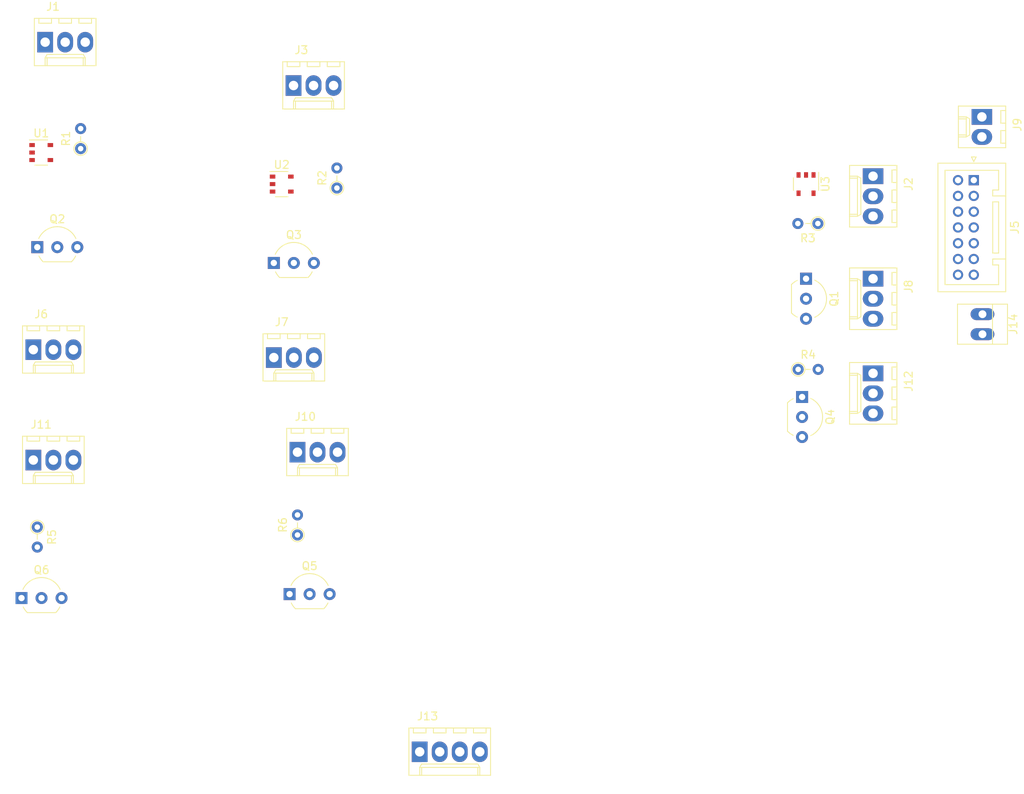
<source format=kicad_pcb>
(kicad_pcb (version 20171130) (host pcbnew "(5.0.0)")

  (general
    (thickness 1.6)
    (drawings 0)
    (tracks 0)
    (zones 0)
    (modules 28)
    (nets 39)
  )

  (page A4)
  (layers
    (0 F.Cu signal)
    (31 B.Cu signal)
    (32 B.Adhes user)
    (33 F.Adhes user)
    (34 B.Paste user)
    (35 F.Paste user)
    (36 B.SilkS user)
    (37 F.SilkS user)
    (38 B.Mask user)
    (39 F.Mask user)
    (40 Dwgs.User user)
    (41 Cmts.User user)
    (42 Eco1.User user)
    (43 Eco2.User user)
    (44 Edge.Cuts user)
    (45 Margin user)
    (46 B.CrtYd user)
    (47 F.CrtYd user)
    (48 B.Fab user)
    (49 F.Fab user)
  )

  (setup
    (last_trace_width 0.25)
    (trace_clearance 0.2)
    (zone_clearance 0.508)
    (zone_45_only no)
    (trace_min 0.2)
    (segment_width 0.2)
    (edge_width 0.15)
    (via_size 0.6)
    (via_drill 0.4)
    (via_min_size 0.4)
    (via_min_drill 0.3)
    (uvia_size 0.3)
    (uvia_drill 0.1)
    (uvias_allowed no)
    (uvia_min_size 0.2)
    (uvia_min_drill 0.1)
    (pcb_text_width 0.3)
    (pcb_text_size 1.5 1.5)
    (mod_edge_width 0.15)
    (mod_text_size 1 1)
    (mod_text_width 0.15)
    (pad_size 0.7 0.51)
    (pad_drill 0)
    (pad_to_mask_clearance 0.2)
    (aux_axis_origin 0 0)
    (visible_elements 7FFFFFFF)
    (pcbplotparams
      (layerselection 0x00030_80000001)
      (usegerberextensions false)
      (usegerberattributes false)
      (usegerberadvancedattributes false)
      (creategerberjobfile false)
      (excludeedgelayer true)
      (linewidth 0.100000)
      (plotframeref false)
      (viasonmask false)
      (mode 1)
      (useauxorigin false)
      (hpglpennumber 1)
      (hpglpenspeed 20)
      (hpglpendiameter 15.000000)
      (psnegative false)
      (psa4output false)
      (plotreference true)
      (plotvalue true)
      (plotinvisibletext false)
      (padsonsilk false)
      (subtractmaskfromsilk false)
      (outputformat 1)
      (mirror false)
      (drillshape 1)
      (scaleselection 1)
      (outputdirectory ""))
  )

  (net 0 "")
  (net 1 "Net-(J1-Pad1)")
  (net 2 "Net-(J1-Pad2)")
  (net 3 "Net-(J1-Pad3)")
  (net 4 "Net-(J2-Pad1)")
  (net 5 "Net-(J2-Pad2)")
  (net 6 "Net-(J2-Pad3)")
  (net 7 "Net-(J3-Pad1)")
  (net 8 "Net-(J3-Pad2)")
  (net 9 "Net-(J3-Pad3)")
  (net 10 GND)
  (net 11 "Net-(J5-Pad1)")
  (net 12 "Net-(J5-Pad3)")
  (net 13 "Net-(J5-Pad11)")
  (net 14 "Net-(J5-Pad2)")
  (net 15 "Net-(J5-Pad4)")
  (net 16 "Net-(J6-Pad1)")
  (net 17 "Net-(J11-Pad2)")
  (net 18 "Net-(J7-Pad1)")
  (net 19 "Net-(J10-Pad2)")
  (net 20 "Net-(J8-Pad1)")
  (net 21 "Net-(J12-Pad2)")
  (net 22 "Net-(J9-Pad2)")
  (net 23 "Net-(J10-Pad1)")
  (net 24 "Net-(J10-Pad3)")
  (net 25 "Net-(J11-Pad1)")
  (net 26 "Net-(J11-Pad3)")
  (net 27 "Net-(J12-Pad1)")
  (net 28 "Net-(J12-Pad3)")
  (net 29 "Net-(J14-Pad1)")
  (net 30 "Net-(Q1-Pad2)")
  (net 31 "Net-(Q2-Pad2)")
  (net 32 "Net-(Q3-Pad2)")
  (net 33 "Net-(Q4-Pad2)")
  (net 34 "Net-(Q5-Pad2)")
  (net 35 "Net-(Q6-Pad2)")
  (net 36 "Net-(J5-Pad9)")
  (net 37 "Net-(J5-Pad8)")
  (net 38 "Net-(J5-Pad10)")

  (net_class Default "This is the default net class."
    (clearance 0.2)
    (trace_width 0.25)
    (via_dia 0.6)
    (via_drill 0.4)
    (uvia_dia 0.3)
    (uvia_drill 0.1)
    (add_net GND)
    (add_net "Net-(J1-Pad1)")
    (add_net "Net-(J1-Pad2)")
    (add_net "Net-(J1-Pad3)")
    (add_net "Net-(J10-Pad1)")
    (add_net "Net-(J10-Pad2)")
    (add_net "Net-(J10-Pad3)")
    (add_net "Net-(J11-Pad1)")
    (add_net "Net-(J11-Pad2)")
    (add_net "Net-(J11-Pad3)")
    (add_net "Net-(J12-Pad1)")
    (add_net "Net-(J12-Pad2)")
    (add_net "Net-(J12-Pad3)")
    (add_net "Net-(J14-Pad1)")
    (add_net "Net-(J2-Pad1)")
    (add_net "Net-(J2-Pad2)")
    (add_net "Net-(J2-Pad3)")
    (add_net "Net-(J3-Pad1)")
    (add_net "Net-(J3-Pad2)")
    (add_net "Net-(J3-Pad3)")
    (add_net "Net-(J5-Pad1)")
    (add_net "Net-(J5-Pad10)")
    (add_net "Net-(J5-Pad11)")
    (add_net "Net-(J5-Pad2)")
    (add_net "Net-(J5-Pad3)")
    (add_net "Net-(J5-Pad4)")
    (add_net "Net-(J5-Pad8)")
    (add_net "Net-(J5-Pad9)")
    (add_net "Net-(J6-Pad1)")
    (add_net "Net-(J7-Pad1)")
    (add_net "Net-(J8-Pad1)")
    (add_net "Net-(J9-Pad2)")
    (add_net "Net-(Q1-Pad2)")
    (add_net "Net-(Q2-Pad2)")
    (add_net "Net-(Q3-Pad2)")
    (add_net "Net-(Q4-Pad2)")
    (add_net "Net-(Q5-Pad2)")
    (add_net "Net-(Q6-Pad2)")
  )

  (module Housings_SSOP:TSOP-5_1.65x3.05mm_Pitch0.95mm (layer F.Cu) (tedit 5B56E00C) (tstamp 5B56DCED)
    (at 166.5 58.5)
    (descr "TSOP-5 package (comparable to TSOT-23), https://www.vishay.com/docs/71200/71200.pdf")
    (tags "Jedec MO-193C TSOP-5L")
    (path /5B52336B)
    (attr smd)
    (fp_text reference U2 (at 0 -2.45) (layer F.SilkS)
      (effects (font (size 1 1) (thickness 0.15)))
    )
    (fp_text value 74AHC1G14 (at 0 2.5) (layer F.Fab)
      (effects (font (size 1 1) (thickness 0.15)))
    )
    (fp_text user %R (at 0 0 90) (layer F.Fab)
      (effects (font (size 0.5 0.5) (thickness 0.075)))
    )
    (fp_line (start -0.8 1.6) (end 0.8 1.6) (layer F.SilkS) (width 0.12))
    (fp_line (start 0.8 -1.6) (end -1.5 -1.6) (layer F.SilkS) (width 0.12))
    (fp_line (start -0.825 -1.1) (end -0.425 -1.525) (layer F.Fab) (width 0.1))
    (fp_line (start 0.825 -1.525) (end -0.425 -1.525) (layer F.Fab) (width 0.1))
    (fp_line (start -0.825 -1.1) (end -0.825 1.525) (layer F.Fab) (width 0.1))
    (fp_line (start 0.825 1.525) (end -0.825 1.525) (layer F.Fab) (width 0.1))
    (fp_line (start 0.825 -1.525) (end 0.825 1.525) (layer F.Fab) (width 0.1))
    (fp_line (start -1.76 -1.78) (end 1.76 -1.78) (layer F.CrtYd) (width 0.05))
    (fp_line (start -1.76 -1.78) (end -1.76 1.77) (layer F.CrtYd) (width 0.05))
    (fp_line (start 1.76 1.77) (end 1.76 -1.78) (layer F.CrtYd) (width 0.05))
    (fp_line (start 1.76 1.77) (end -1.76 1.77) (layer F.CrtYd) (width 0.05))
    (pad 1 smd rect (at -1.16 -0.95) (size 0.7 0.51) (layers F.Cu F.Paste F.Mask))
    (pad 2 smd rect (at -1.16 0) (size 0.7 0.51) (layers F.Cu F.Paste F.Mask)
      (net 7 "Net-(J3-Pad1)"))
    (pad 3 smd rect (at -1.16 0.95) (size 0.7 0.51) (layers F.Cu F.Paste F.Mask)
      (net 10 GND))
    (pad 4 smd rect (at 1.16 0.95) (size 0.7 0.51) (layers F.Cu F.Paste F.Mask)
      (net 9 "Net-(J3-Pad3)"))
    (pad 5 smd rect (at 1.16 -0.95) (size 0.7 0.51) (layers F.Cu F.Paste F.Mask)
      (net 29 "Net-(J14-Pad1)"))
    (model ${KISYS3DMOD}/Housings_SSOP.3dshapes/TSOP-5_1.65x3.05mm_Pitch0.95mm.wrl
      (at (xyz 0 0 0))
      (scale (xyz 1 1 1))
      (rotate (xyz 0 0 0))
    )
  )

  (module Connectors_Molex:Molex_KK-6410-03_03x2.54mm_Straight (layer F.Cu) (tedit 58EE6EE6) (tstamp 5B56DC24)
    (at 136.5 40.5)
    (descr "Connector Headers with Friction Lock, 22-27-2031, http://www.molex.com/pdm_docs/sd/022272021_sd.pdf")
    (tags "connector molex kk_6410 22-27-2031")
    (path /5B5218FD)
    (fp_text reference J1 (at 1 -4.5) (layer F.SilkS)
      (effects (font (size 1 1) (thickness 0.15)))
    )
    (fp_text value Conn_01x03_Male (at 2.54 4.5) (layer F.Fab)
      (effects (font (size 1 1) (thickness 0.15)))
    )
    (fp_line (start -1.47 -3.12) (end -1.47 3.08) (layer F.Fab) (width 0.12))
    (fp_line (start -1.47 3.08) (end 6.55 3.08) (layer F.Fab) (width 0.12))
    (fp_line (start 6.55 3.08) (end 6.55 -3.12) (layer F.Fab) (width 0.12))
    (fp_line (start 6.55 -3.12) (end -1.47 -3.12) (layer F.Fab) (width 0.12))
    (fp_line (start -1.37 -3.02) (end -1.37 2.98) (layer F.SilkS) (width 0.12))
    (fp_line (start -1.37 2.98) (end 6.45 2.98) (layer F.SilkS) (width 0.12))
    (fp_line (start 6.45 2.98) (end 6.45 -3.02) (layer F.SilkS) (width 0.12))
    (fp_line (start 6.45 -3.02) (end -1.37 -3.02) (layer F.SilkS) (width 0.12))
    (fp_line (start 0 2.98) (end 0 1.98) (layer F.SilkS) (width 0.12))
    (fp_line (start 0 1.98) (end 5.08 1.98) (layer F.SilkS) (width 0.12))
    (fp_line (start 5.08 1.98) (end 5.08 2.98) (layer F.SilkS) (width 0.12))
    (fp_line (start 0 1.98) (end 0.25 1.55) (layer F.SilkS) (width 0.12))
    (fp_line (start 0.25 1.55) (end 4.83 1.55) (layer F.SilkS) (width 0.12))
    (fp_line (start 4.83 1.55) (end 5.08 1.98) (layer F.SilkS) (width 0.12))
    (fp_line (start 0.25 2.98) (end 0.25 1.98) (layer F.SilkS) (width 0.12))
    (fp_line (start 4.83 2.98) (end 4.83 1.98) (layer F.SilkS) (width 0.12))
    (fp_line (start -0.8 -3.02) (end -0.8 -2.4) (layer F.SilkS) (width 0.12))
    (fp_line (start -0.8 -2.4) (end 0.8 -2.4) (layer F.SilkS) (width 0.12))
    (fp_line (start 0.8 -2.4) (end 0.8 -3.02) (layer F.SilkS) (width 0.12))
    (fp_line (start 1.74 -3.02) (end 1.74 -2.4) (layer F.SilkS) (width 0.12))
    (fp_line (start 1.74 -2.4) (end 3.34 -2.4) (layer F.SilkS) (width 0.12))
    (fp_line (start 3.34 -2.4) (end 3.34 -3.02) (layer F.SilkS) (width 0.12))
    (fp_line (start 4.28 -3.02) (end 4.28 -2.4) (layer F.SilkS) (width 0.12))
    (fp_line (start 4.28 -2.4) (end 5.88 -2.4) (layer F.SilkS) (width 0.12))
    (fp_line (start 5.88 -2.4) (end 5.88 -3.02) (layer F.SilkS) (width 0.12))
    (fp_line (start -1.9 3.5) (end -1.9 -3.55) (layer F.CrtYd) (width 0.05))
    (fp_line (start -1.9 -3.55) (end 7 -3.55) (layer F.CrtYd) (width 0.05))
    (fp_line (start 7 -3.55) (end 7 3.5) (layer F.CrtYd) (width 0.05))
    (fp_line (start 7 3.5) (end -1.9 3.5) (layer F.CrtYd) (width 0.05))
    (fp_text user %R (at 2.54 0) (layer F.Fab)
      (effects (font (size 1 1) (thickness 0.15)))
    )
    (pad 1 thru_hole rect (at 0 0) (size 2 2.6) (drill 1.2) (layers *.Cu *.Mask)
      (net 1 "Net-(J1-Pad1)"))
    (pad 2 thru_hole oval (at 2.54 0) (size 2 2.6) (drill 1.2) (layers *.Cu *.Mask)
      (net 2 "Net-(J1-Pad2)"))
    (pad 3 thru_hole oval (at 5.08 0) (size 2 2.6) (drill 1.2) (layers *.Cu *.Mask)
      (net 3 "Net-(J1-Pad3)"))
    (model ${KISYS3DMOD}/Connectors_Molex.3dshapes/Molex_KK-6410-03_03x2.54mm_Straight.wrl
      (at (xyz 0 0 0))
      (scale (xyz 1 1 1))
      (rotate (xyz 0 0 0))
    )
  )

  (module Connectors_Molex:Molex_KK-6410-03_03x2.54mm_Straight (layer F.Cu) (tedit 58EE6EE6) (tstamp 5B56DC2B)
    (at 241.5 57.5 270)
    (descr "Connector Headers with Friction Lock, 22-27-2031, http://www.molex.com/pdm_docs/sd/022272021_sd.pdf")
    (tags "connector molex kk_6410 22-27-2031")
    (path /5B51F9E6)
    (fp_text reference J2 (at 1 -4.5 270) (layer F.SilkS)
      (effects (font (size 1 1) (thickness 0.15)))
    )
    (fp_text value Conn_01x03_Male (at 2.54 4.5 270) (layer F.Fab)
      (effects (font (size 1 1) (thickness 0.15)))
    )
    (fp_line (start -1.47 -3.12) (end -1.47 3.08) (layer F.Fab) (width 0.12))
    (fp_line (start -1.47 3.08) (end 6.55 3.08) (layer F.Fab) (width 0.12))
    (fp_line (start 6.55 3.08) (end 6.55 -3.12) (layer F.Fab) (width 0.12))
    (fp_line (start 6.55 -3.12) (end -1.47 -3.12) (layer F.Fab) (width 0.12))
    (fp_line (start -1.37 -3.02) (end -1.37 2.98) (layer F.SilkS) (width 0.12))
    (fp_line (start -1.37 2.98) (end 6.45 2.98) (layer F.SilkS) (width 0.12))
    (fp_line (start 6.45 2.98) (end 6.45 -3.02) (layer F.SilkS) (width 0.12))
    (fp_line (start 6.45 -3.02) (end -1.37 -3.02) (layer F.SilkS) (width 0.12))
    (fp_line (start 0 2.98) (end 0 1.98) (layer F.SilkS) (width 0.12))
    (fp_line (start 0 1.98) (end 5.08 1.98) (layer F.SilkS) (width 0.12))
    (fp_line (start 5.08 1.98) (end 5.08 2.98) (layer F.SilkS) (width 0.12))
    (fp_line (start 0 1.98) (end 0.25 1.55) (layer F.SilkS) (width 0.12))
    (fp_line (start 0.25 1.55) (end 4.83 1.55) (layer F.SilkS) (width 0.12))
    (fp_line (start 4.83 1.55) (end 5.08 1.98) (layer F.SilkS) (width 0.12))
    (fp_line (start 0.25 2.98) (end 0.25 1.98) (layer F.SilkS) (width 0.12))
    (fp_line (start 4.83 2.98) (end 4.83 1.98) (layer F.SilkS) (width 0.12))
    (fp_line (start -0.8 -3.02) (end -0.8 -2.4) (layer F.SilkS) (width 0.12))
    (fp_line (start -0.8 -2.4) (end 0.8 -2.4) (layer F.SilkS) (width 0.12))
    (fp_line (start 0.8 -2.4) (end 0.8 -3.02) (layer F.SilkS) (width 0.12))
    (fp_line (start 1.74 -3.02) (end 1.74 -2.4) (layer F.SilkS) (width 0.12))
    (fp_line (start 1.74 -2.4) (end 3.34 -2.4) (layer F.SilkS) (width 0.12))
    (fp_line (start 3.34 -2.4) (end 3.34 -3.02) (layer F.SilkS) (width 0.12))
    (fp_line (start 4.28 -3.02) (end 4.28 -2.4) (layer F.SilkS) (width 0.12))
    (fp_line (start 4.28 -2.4) (end 5.88 -2.4) (layer F.SilkS) (width 0.12))
    (fp_line (start 5.88 -2.4) (end 5.88 -3.02) (layer F.SilkS) (width 0.12))
    (fp_line (start -1.9 3.5) (end -1.9 -3.55) (layer F.CrtYd) (width 0.05))
    (fp_line (start -1.9 -3.55) (end 7 -3.55) (layer F.CrtYd) (width 0.05))
    (fp_line (start 7 -3.55) (end 7 3.5) (layer F.CrtYd) (width 0.05))
    (fp_line (start 7 3.5) (end -1.9 3.5) (layer F.CrtYd) (width 0.05))
    (fp_text user %R (at 2.54 0 270) (layer F.Fab)
      (effects (font (size 1 1) (thickness 0.15)))
    )
    (pad 1 thru_hole rect (at 0 0 270) (size 2 2.6) (drill 1.2) (layers *.Cu *.Mask)
      (net 4 "Net-(J2-Pad1)"))
    (pad 2 thru_hole oval (at 2.54 0 270) (size 2 2.6) (drill 1.2) (layers *.Cu *.Mask)
      (net 5 "Net-(J2-Pad2)"))
    (pad 3 thru_hole oval (at 5.08 0 270) (size 2 2.6) (drill 1.2) (layers *.Cu *.Mask)
      (net 6 "Net-(J2-Pad3)"))
    (model ${KISYS3DMOD}/Connectors_Molex.3dshapes/Molex_KK-6410-03_03x2.54mm_Straight.wrl
      (at (xyz 0 0 0))
      (scale (xyz 1 1 1))
      (rotate (xyz 0 0 0))
    )
  )

  (module Connectors_Molex:Molex_KK-6410-03_03x2.54mm_Straight (layer F.Cu) (tedit 58EE6EE6) (tstamp 5B56DC32)
    (at 168 46)
    (descr "Connector Headers with Friction Lock, 22-27-2031, http://www.molex.com/pdm_docs/sd/022272021_sd.pdf")
    (tags "connector molex kk_6410 22-27-2031")
    (path /5B52174D)
    (fp_text reference J3 (at 1 -4.5) (layer F.SilkS)
      (effects (font (size 1 1) (thickness 0.15)))
    )
    (fp_text value invert_select (at 2.54 4.5) (layer F.Fab)
      (effects (font (size 1 1) (thickness 0.15)))
    )
    (fp_line (start -1.47 -3.12) (end -1.47 3.08) (layer F.Fab) (width 0.12))
    (fp_line (start -1.47 3.08) (end 6.55 3.08) (layer F.Fab) (width 0.12))
    (fp_line (start 6.55 3.08) (end 6.55 -3.12) (layer F.Fab) (width 0.12))
    (fp_line (start 6.55 -3.12) (end -1.47 -3.12) (layer F.Fab) (width 0.12))
    (fp_line (start -1.37 -3.02) (end -1.37 2.98) (layer F.SilkS) (width 0.12))
    (fp_line (start -1.37 2.98) (end 6.45 2.98) (layer F.SilkS) (width 0.12))
    (fp_line (start 6.45 2.98) (end 6.45 -3.02) (layer F.SilkS) (width 0.12))
    (fp_line (start 6.45 -3.02) (end -1.37 -3.02) (layer F.SilkS) (width 0.12))
    (fp_line (start 0 2.98) (end 0 1.98) (layer F.SilkS) (width 0.12))
    (fp_line (start 0 1.98) (end 5.08 1.98) (layer F.SilkS) (width 0.12))
    (fp_line (start 5.08 1.98) (end 5.08 2.98) (layer F.SilkS) (width 0.12))
    (fp_line (start 0 1.98) (end 0.25 1.55) (layer F.SilkS) (width 0.12))
    (fp_line (start 0.25 1.55) (end 4.83 1.55) (layer F.SilkS) (width 0.12))
    (fp_line (start 4.83 1.55) (end 5.08 1.98) (layer F.SilkS) (width 0.12))
    (fp_line (start 0.25 2.98) (end 0.25 1.98) (layer F.SilkS) (width 0.12))
    (fp_line (start 4.83 2.98) (end 4.83 1.98) (layer F.SilkS) (width 0.12))
    (fp_line (start -0.8 -3.02) (end -0.8 -2.4) (layer F.SilkS) (width 0.12))
    (fp_line (start -0.8 -2.4) (end 0.8 -2.4) (layer F.SilkS) (width 0.12))
    (fp_line (start 0.8 -2.4) (end 0.8 -3.02) (layer F.SilkS) (width 0.12))
    (fp_line (start 1.74 -3.02) (end 1.74 -2.4) (layer F.SilkS) (width 0.12))
    (fp_line (start 1.74 -2.4) (end 3.34 -2.4) (layer F.SilkS) (width 0.12))
    (fp_line (start 3.34 -2.4) (end 3.34 -3.02) (layer F.SilkS) (width 0.12))
    (fp_line (start 4.28 -3.02) (end 4.28 -2.4) (layer F.SilkS) (width 0.12))
    (fp_line (start 4.28 -2.4) (end 5.88 -2.4) (layer F.SilkS) (width 0.12))
    (fp_line (start 5.88 -2.4) (end 5.88 -3.02) (layer F.SilkS) (width 0.12))
    (fp_line (start -1.9 3.5) (end -1.9 -3.55) (layer F.CrtYd) (width 0.05))
    (fp_line (start -1.9 -3.55) (end 7 -3.55) (layer F.CrtYd) (width 0.05))
    (fp_line (start 7 -3.55) (end 7 3.5) (layer F.CrtYd) (width 0.05))
    (fp_line (start 7 3.5) (end -1.9 3.5) (layer F.CrtYd) (width 0.05))
    (fp_text user %R (at 2.54 0) (layer F.Fab)
      (effects (font (size 1 1) (thickness 0.15)))
    )
    (pad 1 thru_hole rect (at 0 0) (size 2 2.6) (drill 1.2) (layers *.Cu *.Mask)
      (net 7 "Net-(J3-Pad1)"))
    (pad 2 thru_hole oval (at 2.54 0) (size 2 2.6) (drill 1.2) (layers *.Cu *.Mask)
      (net 8 "Net-(J3-Pad2)"))
    (pad 3 thru_hole oval (at 5.08 0) (size 2 2.6) (drill 1.2) (layers *.Cu *.Mask)
      (net 9 "Net-(J3-Pad3)"))
    (model ${KISYS3DMOD}/Connectors_Molex.3dshapes/Molex_KK-6410-03_03x2.54mm_Straight.wrl
      (at (xyz 0 0 0))
      (scale (xyz 1 1 1))
      (rotate (xyz 0 0 0))
    )
  )

  (module Connectors_JST:JST_PUD_B14B-PUDSS_2x07x2.00mm_Straight (layer F.Cu) (tedit 58EAECA1) (tstamp 5B56DC4F)
    (at 254.275 58 270)
    (descr "JST PUD series connector, dual row, B14B-PUDSS, top entry type, through hole")
    (tags "connector jst pud vertical")
    (path /5B4F523D)
    (fp_text reference J5 (at 6 -5.2 270) (layer F.SilkS)
      (effects (font (size 1 1) (thickness 0.15)))
    )
    (fp_text value to_LCr_J29 (at 6 5.8 270) (layer F.Fab)
      (effects (font (size 1 1) (thickness 0.15)))
    )
    (fp_line (start -2 -3.9) (end -2 4.4) (layer F.Fab) (width 0.1))
    (fp_line (start -2 4.4) (end 14 4.4) (layer F.Fab) (width 0.1))
    (fp_line (start 14 4.4) (end 14 -3.9) (layer F.Fab) (width 0.1))
    (fp_line (start 14 -3.9) (end -2 -3.9) (layer F.Fab) (width 0.1))
    (fp_line (start 2.75 -3.15) (end 2.75 -2.4) (layer F.SilkS) (width 0.12))
    (fp_line (start 2.75 -2.4) (end 9.25 -2.4) (layer F.SilkS) (width 0.12))
    (fp_line (start 9.25 -2.4) (end 9.25 -3.15) (layer F.SilkS) (width 0.12))
    (fp_line (start 9.25 -3.15) (end 2.75 -3.15) (layer F.SilkS) (width 0.12))
    (fp_line (start 2 -4.05) (end 2 -2.4) (layer F.SilkS) (width 0.12))
    (fp_line (start 2 -2.4) (end 1.25 -2.4) (layer F.SilkS) (width 0.12))
    (fp_line (start 1.25 -2.4) (end 1.25 -3.15) (layer F.SilkS) (width 0.12))
    (fp_line (start 1.25 -3.15) (end -1.25 -3.15) (layer F.SilkS) (width 0.12))
    (fp_line (start -1.25 -3.15) (end -1.25 3.65) (layer F.SilkS) (width 0.12))
    (fp_line (start -1.25 3.65) (end 6 3.65) (layer F.SilkS) (width 0.12))
    (fp_line (start 10 -4.05) (end 10 -2.4) (layer F.SilkS) (width 0.12))
    (fp_line (start 10 -2.4) (end 10.75 -2.4) (layer F.SilkS) (width 0.12))
    (fp_line (start 10.75 -2.4) (end 10.75 -3.15) (layer F.SilkS) (width 0.12))
    (fp_line (start 10.75 -3.15) (end 13.25 -3.15) (layer F.SilkS) (width 0.12))
    (fp_line (start 13.25 -3.15) (end 13.25 3.65) (layer F.SilkS) (width 0.12))
    (fp_line (start 13.25 3.65) (end 6 3.65) (layer F.SilkS) (width 0.12))
    (fp_line (start -2.15 -4.05) (end -2.15 4.55) (layer F.SilkS) (width 0.12))
    (fp_line (start -2.15 4.55) (end 14.15 4.55) (layer F.SilkS) (width 0.12))
    (fp_line (start 14.15 4.55) (end 14.15 -4.05) (layer F.SilkS) (width 0.12))
    (fp_line (start 14.15 -4.05) (end -2.15 -4.05) (layer F.SilkS) (width 0.12))
    (fp_line (start -2.65 -4.55) (end -2.65 5.05) (layer F.CrtYd) (width 0.05))
    (fp_line (start -2.65 5.05) (end 14.65 5.05) (layer F.CrtYd) (width 0.05))
    (fp_line (start 14.65 5.05) (end 14.65 -4.55) (layer F.CrtYd) (width 0.05))
    (fp_line (start 14.65 -4.55) (end -2.65 -4.55) (layer F.CrtYd) (width 0.05))
    (fp_line (start -2.35 0) (end -2.95 0.3) (layer F.SilkS) (width 0.12))
    (fp_line (start -2.95 0.3) (end -2.95 -0.3) (layer F.SilkS) (width 0.12))
    (fp_line (start -2.95 -0.3) (end -2.35 0) (layer F.SilkS) (width 0.12))
    (fp_line (start -2.35 0) (end -2.95 0.3) (layer F.Fab) (width 0.1))
    (fp_line (start -2.95 0.3) (end -2.95 -0.3) (layer F.Fab) (width 0.1))
    (fp_line (start -2.95 -0.3) (end -2.35 0) (layer F.Fab) (width 0.1))
    (fp_text user %R (at 6 -1.5 270) (layer F.Fab)
      (effects (font (size 1 1) (thickness 0.15)))
    )
    (pad 1 thru_hole rect (at 0 0 270) (size 1.3 1.3) (drill 0.8) (layers *.Cu *.Mask)
      (net 11 "Net-(J5-Pad1)"))
    (pad 3 thru_hole circle (at 2 0 270) (size 1.3 1.3) (drill 0.8) (layers *.Cu *.Mask)
      (net 12 "Net-(J5-Pad3)"))
    (pad 5 thru_hole circle (at 4 0 270) (size 1.3 1.3) (drill 0.8) (layers *.Cu *.Mask)
      (net 8 "Net-(J3-Pad2)"))
    (pad 7 thru_hole circle (at 6 0 270) (size 1.3 1.3) (drill 0.8) (layers *.Cu *.Mask)
      (net 2 "Net-(J1-Pad2)"))
    (pad 9 thru_hole circle (at 8 0 270) (size 1.3 1.3) (drill 0.8) (layers *.Cu *.Mask)
      (net 36 "Net-(J5-Pad9)"))
    (pad 11 thru_hole circle (at 10 0 270) (size 1.3 1.3) (drill 0.8) (layers *.Cu *.Mask)
      (net 13 "Net-(J5-Pad11)"))
    (pad 13 thru_hole circle (at 12 0 270) (size 1.3 1.3) (drill 0.8) (layers *.Cu *.Mask)
      (net 10 GND))
    (pad 2 thru_hole circle (at 0 2 270) (size 1.3 1.3) (drill 0.8) (layers *.Cu *.Mask)
      (net 14 "Net-(J5-Pad2)"))
    (pad 4 thru_hole circle (at 2 2 270) (size 1.3 1.3) (drill 0.8) (layers *.Cu *.Mask)
      (net 15 "Net-(J5-Pad4)"))
    (pad 6 thru_hole circle (at 4 2 270) (size 1.3 1.3) (drill 0.8) (layers *.Cu *.Mask)
      (net 5 "Net-(J2-Pad2)"))
    (pad 8 thru_hole circle (at 6 2 270) (size 1.3 1.3) (drill 0.8) (layers *.Cu *.Mask)
      (net 37 "Net-(J5-Pad8)"))
    (pad 10 thru_hole circle (at 8 2 270) (size 1.3 1.3) (drill 0.8) (layers *.Cu *.Mask)
      (net 38 "Net-(J5-Pad10)"))
    (pad 12 thru_hole circle (at 10 2 270) (size 1.3 1.3) (drill 0.8) (layers *.Cu *.Mask)
      (net 10 GND))
    (pad 14 thru_hole circle (at 12 2 270) (size 1.3 1.3) (drill 0.8) (layers *.Cu *.Mask)
      (net 10 GND))
    (model Connectors_JST.3dshapes/JST_PUD_B14B-PUDSS_2x07x2.00mm_Straight.wrl
      (at (xyz 0 0 0))
      (scale (xyz 1 1 1))
      (rotate (xyz 0 0 0))
    )
  )

  (module Connectors_Molex:Molex_KK-6410-03_03x2.54mm_Straight (layer F.Cu) (tedit 58EE6EE6) (tstamp 5B56DC56)
    (at 135 79.5)
    (descr "Connector Headers with Friction Lock, 22-27-2031, http://www.molex.com/pdm_docs/sd/022272021_sd.pdf")
    (tags "connector molex kk_6410 22-27-2031")
    (path /5B520C0F)
    (fp_text reference J6 (at 1 -4.5) (layer F.SilkS)
      (effects (font (size 1 1) (thickness 0.15)))
    )
    (fp_text value Conn_01x03_Male (at 2.54 4.5) (layer F.Fab)
      (effects (font (size 1 1) (thickness 0.15)))
    )
    (fp_line (start -1.47 -3.12) (end -1.47 3.08) (layer F.Fab) (width 0.12))
    (fp_line (start -1.47 3.08) (end 6.55 3.08) (layer F.Fab) (width 0.12))
    (fp_line (start 6.55 3.08) (end 6.55 -3.12) (layer F.Fab) (width 0.12))
    (fp_line (start 6.55 -3.12) (end -1.47 -3.12) (layer F.Fab) (width 0.12))
    (fp_line (start -1.37 -3.02) (end -1.37 2.98) (layer F.SilkS) (width 0.12))
    (fp_line (start -1.37 2.98) (end 6.45 2.98) (layer F.SilkS) (width 0.12))
    (fp_line (start 6.45 2.98) (end 6.45 -3.02) (layer F.SilkS) (width 0.12))
    (fp_line (start 6.45 -3.02) (end -1.37 -3.02) (layer F.SilkS) (width 0.12))
    (fp_line (start 0 2.98) (end 0 1.98) (layer F.SilkS) (width 0.12))
    (fp_line (start 0 1.98) (end 5.08 1.98) (layer F.SilkS) (width 0.12))
    (fp_line (start 5.08 1.98) (end 5.08 2.98) (layer F.SilkS) (width 0.12))
    (fp_line (start 0 1.98) (end 0.25 1.55) (layer F.SilkS) (width 0.12))
    (fp_line (start 0.25 1.55) (end 4.83 1.55) (layer F.SilkS) (width 0.12))
    (fp_line (start 4.83 1.55) (end 5.08 1.98) (layer F.SilkS) (width 0.12))
    (fp_line (start 0.25 2.98) (end 0.25 1.98) (layer F.SilkS) (width 0.12))
    (fp_line (start 4.83 2.98) (end 4.83 1.98) (layer F.SilkS) (width 0.12))
    (fp_line (start -0.8 -3.02) (end -0.8 -2.4) (layer F.SilkS) (width 0.12))
    (fp_line (start -0.8 -2.4) (end 0.8 -2.4) (layer F.SilkS) (width 0.12))
    (fp_line (start 0.8 -2.4) (end 0.8 -3.02) (layer F.SilkS) (width 0.12))
    (fp_line (start 1.74 -3.02) (end 1.74 -2.4) (layer F.SilkS) (width 0.12))
    (fp_line (start 1.74 -2.4) (end 3.34 -2.4) (layer F.SilkS) (width 0.12))
    (fp_line (start 3.34 -2.4) (end 3.34 -3.02) (layer F.SilkS) (width 0.12))
    (fp_line (start 4.28 -3.02) (end 4.28 -2.4) (layer F.SilkS) (width 0.12))
    (fp_line (start 4.28 -2.4) (end 5.88 -2.4) (layer F.SilkS) (width 0.12))
    (fp_line (start 5.88 -2.4) (end 5.88 -3.02) (layer F.SilkS) (width 0.12))
    (fp_line (start -1.9 3.5) (end -1.9 -3.55) (layer F.CrtYd) (width 0.05))
    (fp_line (start -1.9 -3.55) (end 7 -3.55) (layer F.CrtYd) (width 0.05))
    (fp_line (start 7 -3.55) (end 7 3.5) (layer F.CrtYd) (width 0.05))
    (fp_line (start 7 3.5) (end -1.9 3.5) (layer F.CrtYd) (width 0.05))
    (fp_text user %R (at 2.54 0) (layer F.Fab)
      (effects (font (size 1 1) (thickness 0.15)))
    )
    (pad 1 thru_hole rect (at 0 0) (size 2 2.6) (drill 1.2) (layers *.Cu *.Mask)
      (net 16 "Net-(J6-Pad1)"))
    (pad 2 thru_hole oval (at 2.54 0) (size 2 2.6) (drill 1.2) (layers *.Cu *.Mask)
      (net 38 "Net-(J5-Pad10)"))
    (pad 3 thru_hole oval (at 5.08 0) (size 2 2.6) (drill 1.2) (layers *.Cu *.Mask)
      (net 17 "Net-(J11-Pad2)"))
    (model ${KISYS3DMOD}/Connectors_Molex.3dshapes/Molex_KK-6410-03_03x2.54mm_Straight.wrl
      (at (xyz 0 0 0))
      (scale (xyz 1 1 1))
      (rotate (xyz 0 0 0))
    )
  )

  (module Connectors_Molex:Molex_KK-6410-03_03x2.54mm_Straight (layer F.Cu) (tedit 58EE6EE6) (tstamp 5B56DC5D)
    (at 165.5 80.5)
    (descr "Connector Headers with Friction Lock, 22-27-2031, http://www.molex.com/pdm_docs/sd/022272021_sd.pdf")
    (tags "connector molex kk_6410 22-27-2031")
    (path /5B520B08)
    (fp_text reference J7 (at 1 -4.5) (layer F.SilkS)
      (effects (font (size 1 1) (thickness 0.15)))
    )
    (fp_text value Conn_01x03_Male (at 2.54 4.5) (layer F.Fab)
      (effects (font (size 1 1) (thickness 0.15)))
    )
    (fp_line (start -1.47 -3.12) (end -1.47 3.08) (layer F.Fab) (width 0.12))
    (fp_line (start -1.47 3.08) (end 6.55 3.08) (layer F.Fab) (width 0.12))
    (fp_line (start 6.55 3.08) (end 6.55 -3.12) (layer F.Fab) (width 0.12))
    (fp_line (start 6.55 -3.12) (end -1.47 -3.12) (layer F.Fab) (width 0.12))
    (fp_line (start -1.37 -3.02) (end -1.37 2.98) (layer F.SilkS) (width 0.12))
    (fp_line (start -1.37 2.98) (end 6.45 2.98) (layer F.SilkS) (width 0.12))
    (fp_line (start 6.45 2.98) (end 6.45 -3.02) (layer F.SilkS) (width 0.12))
    (fp_line (start 6.45 -3.02) (end -1.37 -3.02) (layer F.SilkS) (width 0.12))
    (fp_line (start 0 2.98) (end 0 1.98) (layer F.SilkS) (width 0.12))
    (fp_line (start 0 1.98) (end 5.08 1.98) (layer F.SilkS) (width 0.12))
    (fp_line (start 5.08 1.98) (end 5.08 2.98) (layer F.SilkS) (width 0.12))
    (fp_line (start 0 1.98) (end 0.25 1.55) (layer F.SilkS) (width 0.12))
    (fp_line (start 0.25 1.55) (end 4.83 1.55) (layer F.SilkS) (width 0.12))
    (fp_line (start 4.83 1.55) (end 5.08 1.98) (layer F.SilkS) (width 0.12))
    (fp_line (start 0.25 2.98) (end 0.25 1.98) (layer F.SilkS) (width 0.12))
    (fp_line (start 4.83 2.98) (end 4.83 1.98) (layer F.SilkS) (width 0.12))
    (fp_line (start -0.8 -3.02) (end -0.8 -2.4) (layer F.SilkS) (width 0.12))
    (fp_line (start -0.8 -2.4) (end 0.8 -2.4) (layer F.SilkS) (width 0.12))
    (fp_line (start 0.8 -2.4) (end 0.8 -3.02) (layer F.SilkS) (width 0.12))
    (fp_line (start 1.74 -3.02) (end 1.74 -2.4) (layer F.SilkS) (width 0.12))
    (fp_line (start 1.74 -2.4) (end 3.34 -2.4) (layer F.SilkS) (width 0.12))
    (fp_line (start 3.34 -2.4) (end 3.34 -3.02) (layer F.SilkS) (width 0.12))
    (fp_line (start 4.28 -3.02) (end 4.28 -2.4) (layer F.SilkS) (width 0.12))
    (fp_line (start 4.28 -2.4) (end 5.88 -2.4) (layer F.SilkS) (width 0.12))
    (fp_line (start 5.88 -2.4) (end 5.88 -3.02) (layer F.SilkS) (width 0.12))
    (fp_line (start -1.9 3.5) (end -1.9 -3.55) (layer F.CrtYd) (width 0.05))
    (fp_line (start -1.9 -3.55) (end 7 -3.55) (layer F.CrtYd) (width 0.05))
    (fp_line (start 7 -3.55) (end 7 3.5) (layer F.CrtYd) (width 0.05))
    (fp_line (start 7 3.5) (end -1.9 3.5) (layer F.CrtYd) (width 0.05))
    (fp_text user %R (at 2.54 0) (layer F.Fab)
      (effects (font (size 1 1) (thickness 0.15)))
    )
    (pad 1 thru_hole rect (at 0 0) (size 2 2.6) (drill 1.2) (layers *.Cu *.Mask)
      (net 18 "Net-(J7-Pad1)"))
    (pad 2 thru_hole oval (at 2.54 0) (size 2 2.6) (drill 1.2) (layers *.Cu *.Mask)
      (net 37 "Net-(J5-Pad8)"))
    (pad 3 thru_hole oval (at 5.08 0) (size 2 2.6) (drill 1.2) (layers *.Cu *.Mask)
      (net 19 "Net-(J10-Pad2)"))
    (model ${KISYS3DMOD}/Connectors_Molex.3dshapes/Molex_KK-6410-03_03x2.54mm_Straight.wrl
      (at (xyz 0 0 0))
      (scale (xyz 1 1 1))
      (rotate (xyz 0 0 0))
    )
  )

  (module Connectors_Molex:Molex_KK-6410-03_03x2.54mm_Straight (layer F.Cu) (tedit 58EE6EE6) (tstamp 5B56DC64)
    (at 241.5 70.5 270)
    (descr "Connector Headers with Friction Lock, 22-27-2031, http://www.molex.com/pdm_docs/sd/022272021_sd.pdf")
    (tags "connector molex kk_6410 22-27-2031")
    (path /5B5207DB)
    (fp_text reference J8 (at 1 -4.5 270) (layer F.SilkS)
      (effects (font (size 1 1) (thickness 0.15)))
    )
    (fp_text value Conn_01x03_Male (at 2.54 4.5 270) (layer F.Fab)
      (effects (font (size 1 1) (thickness 0.15)))
    )
    (fp_line (start -1.47 -3.12) (end -1.47 3.08) (layer F.Fab) (width 0.12))
    (fp_line (start -1.47 3.08) (end 6.55 3.08) (layer F.Fab) (width 0.12))
    (fp_line (start 6.55 3.08) (end 6.55 -3.12) (layer F.Fab) (width 0.12))
    (fp_line (start 6.55 -3.12) (end -1.47 -3.12) (layer F.Fab) (width 0.12))
    (fp_line (start -1.37 -3.02) (end -1.37 2.98) (layer F.SilkS) (width 0.12))
    (fp_line (start -1.37 2.98) (end 6.45 2.98) (layer F.SilkS) (width 0.12))
    (fp_line (start 6.45 2.98) (end 6.45 -3.02) (layer F.SilkS) (width 0.12))
    (fp_line (start 6.45 -3.02) (end -1.37 -3.02) (layer F.SilkS) (width 0.12))
    (fp_line (start 0 2.98) (end 0 1.98) (layer F.SilkS) (width 0.12))
    (fp_line (start 0 1.98) (end 5.08 1.98) (layer F.SilkS) (width 0.12))
    (fp_line (start 5.08 1.98) (end 5.08 2.98) (layer F.SilkS) (width 0.12))
    (fp_line (start 0 1.98) (end 0.25 1.55) (layer F.SilkS) (width 0.12))
    (fp_line (start 0.25 1.55) (end 4.83 1.55) (layer F.SilkS) (width 0.12))
    (fp_line (start 4.83 1.55) (end 5.08 1.98) (layer F.SilkS) (width 0.12))
    (fp_line (start 0.25 2.98) (end 0.25 1.98) (layer F.SilkS) (width 0.12))
    (fp_line (start 4.83 2.98) (end 4.83 1.98) (layer F.SilkS) (width 0.12))
    (fp_line (start -0.8 -3.02) (end -0.8 -2.4) (layer F.SilkS) (width 0.12))
    (fp_line (start -0.8 -2.4) (end 0.8 -2.4) (layer F.SilkS) (width 0.12))
    (fp_line (start 0.8 -2.4) (end 0.8 -3.02) (layer F.SilkS) (width 0.12))
    (fp_line (start 1.74 -3.02) (end 1.74 -2.4) (layer F.SilkS) (width 0.12))
    (fp_line (start 1.74 -2.4) (end 3.34 -2.4) (layer F.SilkS) (width 0.12))
    (fp_line (start 3.34 -2.4) (end 3.34 -3.02) (layer F.SilkS) (width 0.12))
    (fp_line (start 4.28 -3.02) (end 4.28 -2.4) (layer F.SilkS) (width 0.12))
    (fp_line (start 4.28 -2.4) (end 5.88 -2.4) (layer F.SilkS) (width 0.12))
    (fp_line (start 5.88 -2.4) (end 5.88 -3.02) (layer F.SilkS) (width 0.12))
    (fp_line (start -1.9 3.5) (end -1.9 -3.55) (layer F.CrtYd) (width 0.05))
    (fp_line (start -1.9 -3.55) (end 7 -3.55) (layer F.CrtYd) (width 0.05))
    (fp_line (start 7 -3.55) (end 7 3.5) (layer F.CrtYd) (width 0.05))
    (fp_line (start 7 3.5) (end -1.9 3.5) (layer F.CrtYd) (width 0.05))
    (fp_text user %R (at 2.54 0 270) (layer F.Fab)
      (effects (font (size 1 1) (thickness 0.15)))
    )
    (pad 1 thru_hole rect (at 0 0 270) (size 2 2.6) (drill 1.2) (layers *.Cu *.Mask)
      (net 20 "Net-(J8-Pad1)"))
    (pad 2 thru_hole oval (at 2.54 0 270) (size 2 2.6) (drill 1.2) (layers *.Cu *.Mask)
      (net 36 "Net-(J5-Pad9)"))
    (pad 3 thru_hole oval (at 5.08 0 270) (size 2 2.6) (drill 1.2) (layers *.Cu *.Mask)
      (net 21 "Net-(J12-Pad2)"))
    (model ${KISYS3DMOD}/Connectors_Molex.3dshapes/Molex_KK-6410-03_03x2.54mm_Straight.wrl
      (at (xyz 0 0 0))
      (scale (xyz 1 1 1))
      (rotate (xyz 0 0 0))
    )
  )

  (module Connectors_Molex:Molex_KK-6410-02_02x2.54mm_Straight (layer F.Cu) (tedit 58EE6EE4) (tstamp 5B56DC6A)
    (at 255.3 49.975 270)
    (descr "Connector Headers with Friction Lock, 22-27-2021, http://www.molex.com/pdm_docs/sd/022272021_sd.pdf")
    (tags "connector molex kk_6410 22-27-2021")
    (path /5B4F588F)
    (fp_text reference J9 (at 1 -4.5 270) (layer F.SilkS)
      (effects (font (size 1 1) (thickness 0.15)))
    )
    (fp_text value blanking (at 1.27 4.5 270) (layer F.Fab)
      (effects (font (size 1 1) (thickness 0.15)))
    )
    (fp_line (start -1.47 -3.12) (end -1.47 3.08) (layer F.Fab) (width 0.12))
    (fp_line (start -1.47 3.08) (end 4.01 3.08) (layer F.Fab) (width 0.12))
    (fp_line (start 4.01 3.08) (end 4.01 -3.12) (layer F.Fab) (width 0.12))
    (fp_line (start 4.01 -3.12) (end -1.47 -3.12) (layer F.Fab) (width 0.12))
    (fp_line (start -1.37 -3.02) (end -1.37 2.98) (layer F.SilkS) (width 0.12))
    (fp_line (start -1.37 2.98) (end 3.91 2.98) (layer F.SilkS) (width 0.12))
    (fp_line (start 3.91 2.98) (end 3.91 -3.02) (layer F.SilkS) (width 0.12))
    (fp_line (start 3.91 -3.02) (end -1.37 -3.02) (layer F.SilkS) (width 0.12))
    (fp_line (start 0 2.98) (end 0 1.98) (layer F.SilkS) (width 0.12))
    (fp_line (start 0 1.98) (end 2.54 1.98) (layer F.SilkS) (width 0.12))
    (fp_line (start 2.54 1.98) (end 2.54 2.98) (layer F.SilkS) (width 0.12))
    (fp_line (start 0 1.98) (end 0.25 1.55) (layer F.SilkS) (width 0.12))
    (fp_line (start 0.25 1.55) (end 2.29 1.55) (layer F.SilkS) (width 0.12))
    (fp_line (start 2.29 1.55) (end 2.54 1.98) (layer F.SilkS) (width 0.12))
    (fp_line (start 0.25 2.98) (end 0.25 1.98) (layer F.SilkS) (width 0.12))
    (fp_line (start 2.29 2.98) (end 2.29 1.98) (layer F.SilkS) (width 0.12))
    (fp_line (start -0.8 -3.02) (end -0.8 -2.4) (layer F.SilkS) (width 0.12))
    (fp_line (start -0.8 -2.4) (end 0.8 -2.4) (layer F.SilkS) (width 0.12))
    (fp_line (start 0.8 -2.4) (end 0.8 -3.02) (layer F.SilkS) (width 0.12))
    (fp_line (start 1.74 -3.02) (end 1.74 -2.4) (layer F.SilkS) (width 0.12))
    (fp_line (start 1.74 -2.4) (end 3.34 -2.4) (layer F.SilkS) (width 0.12))
    (fp_line (start 3.34 -2.4) (end 3.34 -3.02) (layer F.SilkS) (width 0.12))
    (fp_line (start -1.9 3.5) (end -1.9 -3.55) (layer F.CrtYd) (width 0.05))
    (fp_line (start -1.9 -3.55) (end 4.45 -3.55) (layer F.CrtYd) (width 0.05))
    (fp_line (start 4.45 -3.55) (end 4.45 3.5) (layer F.CrtYd) (width 0.05))
    (fp_line (start 4.45 3.5) (end -1.9 3.5) (layer F.CrtYd) (width 0.05))
    (fp_text user %R (at 1.27 0 270) (layer F.Fab)
      (effects (font (size 1 1) (thickness 0.15)))
    )
    (pad 1 thru_hole rect (at 0 0 270) (size 2 2.6) (drill 1.2) (layers *.Cu *.Mask)
      (net 10 GND))
    (pad 2 thru_hole oval (at 2.54 0 270) (size 2 2.6) (drill 1.2) (layers *.Cu *.Mask)
      (net 22 "Net-(J9-Pad2)"))
    (model ${KISYS3DMOD}/Connectors_Molex.3dshapes/Molex_KK-6410-02_02x2.54mm_Straight.wrl
      (at (xyz 0 0 0))
      (scale (xyz 1 1 1))
      (rotate (xyz 0 0 0))
    )
  )

  (module Connectors_Molex:Molex_KK-6410-03_03x2.54mm_Straight (layer F.Cu) (tedit 58EE6EE6) (tstamp 5B56DC71)
    (at 168.5 92.5)
    (descr "Connector Headers with Friction Lock, 22-27-2031, http://www.molex.com/pdm_docs/sd/022272021_sd.pdf")
    (tags "connector molex kk_6410 22-27-2031")
    (path /5B520B71)
    (fp_text reference J10 (at 1 -4.5) (layer F.SilkS)
      (effects (font (size 1 1) (thickness 0.15)))
    )
    (fp_text value Conn_01x03_Male (at 2.54 4.5) (layer F.Fab)
      (effects (font (size 1 1) (thickness 0.15)))
    )
    (fp_line (start -1.47 -3.12) (end -1.47 3.08) (layer F.Fab) (width 0.12))
    (fp_line (start -1.47 3.08) (end 6.55 3.08) (layer F.Fab) (width 0.12))
    (fp_line (start 6.55 3.08) (end 6.55 -3.12) (layer F.Fab) (width 0.12))
    (fp_line (start 6.55 -3.12) (end -1.47 -3.12) (layer F.Fab) (width 0.12))
    (fp_line (start -1.37 -3.02) (end -1.37 2.98) (layer F.SilkS) (width 0.12))
    (fp_line (start -1.37 2.98) (end 6.45 2.98) (layer F.SilkS) (width 0.12))
    (fp_line (start 6.45 2.98) (end 6.45 -3.02) (layer F.SilkS) (width 0.12))
    (fp_line (start 6.45 -3.02) (end -1.37 -3.02) (layer F.SilkS) (width 0.12))
    (fp_line (start 0 2.98) (end 0 1.98) (layer F.SilkS) (width 0.12))
    (fp_line (start 0 1.98) (end 5.08 1.98) (layer F.SilkS) (width 0.12))
    (fp_line (start 5.08 1.98) (end 5.08 2.98) (layer F.SilkS) (width 0.12))
    (fp_line (start 0 1.98) (end 0.25 1.55) (layer F.SilkS) (width 0.12))
    (fp_line (start 0.25 1.55) (end 4.83 1.55) (layer F.SilkS) (width 0.12))
    (fp_line (start 4.83 1.55) (end 5.08 1.98) (layer F.SilkS) (width 0.12))
    (fp_line (start 0.25 2.98) (end 0.25 1.98) (layer F.SilkS) (width 0.12))
    (fp_line (start 4.83 2.98) (end 4.83 1.98) (layer F.SilkS) (width 0.12))
    (fp_line (start -0.8 -3.02) (end -0.8 -2.4) (layer F.SilkS) (width 0.12))
    (fp_line (start -0.8 -2.4) (end 0.8 -2.4) (layer F.SilkS) (width 0.12))
    (fp_line (start 0.8 -2.4) (end 0.8 -3.02) (layer F.SilkS) (width 0.12))
    (fp_line (start 1.74 -3.02) (end 1.74 -2.4) (layer F.SilkS) (width 0.12))
    (fp_line (start 1.74 -2.4) (end 3.34 -2.4) (layer F.SilkS) (width 0.12))
    (fp_line (start 3.34 -2.4) (end 3.34 -3.02) (layer F.SilkS) (width 0.12))
    (fp_line (start 4.28 -3.02) (end 4.28 -2.4) (layer F.SilkS) (width 0.12))
    (fp_line (start 4.28 -2.4) (end 5.88 -2.4) (layer F.SilkS) (width 0.12))
    (fp_line (start 5.88 -2.4) (end 5.88 -3.02) (layer F.SilkS) (width 0.12))
    (fp_line (start -1.9 3.5) (end -1.9 -3.55) (layer F.CrtYd) (width 0.05))
    (fp_line (start -1.9 -3.55) (end 7 -3.55) (layer F.CrtYd) (width 0.05))
    (fp_line (start 7 -3.55) (end 7 3.5) (layer F.CrtYd) (width 0.05))
    (fp_line (start 7 3.5) (end -1.9 3.5) (layer F.CrtYd) (width 0.05))
    (fp_text user %R (at 2.54 0) (layer F.Fab)
      (effects (font (size 1 1) (thickness 0.15)))
    )
    (pad 1 thru_hole rect (at 0 0) (size 2 2.6) (drill 1.2) (layers *.Cu *.Mask)
      (net 23 "Net-(J10-Pad1)"))
    (pad 2 thru_hole oval (at 2.54 0) (size 2 2.6) (drill 1.2) (layers *.Cu *.Mask)
      (net 19 "Net-(J10-Pad2)"))
    (pad 3 thru_hole oval (at 5.08 0) (size 2 2.6) (drill 1.2) (layers *.Cu *.Mask)
      (net 24 "Net-(J10-Pad3)"))
    (model ${KISYS3DMOD}/Connectors_Molex.3dshapes/Molex_KK-6410-03_03x2.54mm_Straight.wrl
      (at (xyz 0 0 0))
      (scale (xyz 1 1 1))
      (rotate (xyz 0 0 0))
    )
  )

  (module Connectors_Molex:Molex_KK-6410-03_03x2.54mm_Straight (layer F.Cu) (tedit 58EE6EE6) (tstamp 5B56DC78)
    (at 135 93.5)
    (descr "Connector Headers with Friction Lock, 22-27-2031, http://www.molex.com/pdm_docs/sd/022272021_sd.pdf")
    (tags "connector molex kk_6410 22-27-2031")
    (path /5B520C83)
    (fp_text reference J11 (at 1 -4.5) (layer F.SilkS)
      (effects (font (size 1 1) (thickness 0.15)))
    )
    (fp_text value Conn_01x03_Male (at 2.54 4.5) (layer F.Fab)
      (effects (font (size 1 1) (thickness 0.15)))
    )
    (fp_line (start -1.47 -3.12) (end -1.47 3.08) (layer F.Fab) (width 0.12))
    (fp_line (start -1.47 3.08) (end 6.55 3.08) (layer F.Fab) (width 0.12))
    (fp_line (start 6.55 3.08) (end 6.55 -3.12) (layer F.Fab) (width 0.12))
    (fp_line (start 6.55 -3.12) (end -1.47 -3.12) (layer F.Fab) (width 0.12))
    (fp_line (start -1.37 -3.02) (end -1.37 2.98) (layer F.SilkS) (width 0.12))
    (fp_line (start -1.37 2.98) (end 6.45 2.98) (layer F.SilkS) (width 0.12))
    (fp_line (start 6.45 2.98) (end 6.45 -3.02) (layer F.SilkS) (width 0.12))
    (fp_line (start 6.45 -3.02) (end -1.37 -3.02) (layer F.SilkS) (width 0.12))
    (fp_line (start 0 2.98) (end 0 1.98) (layer F.SilkS) (width 0.12))
    (fp_line (start 0 1.98) (end 5.08 1.98) (layer F.SilkS) (width 0.12))
    (fp_line (start 5.08 1.98) (end 5.08 2.98) (layer F.SilkS) (width 0.12))
    (fp_line (start 0 1.98) (end 0.25 1.55) (layer F.SilkS) (width 0.12))
    (fp_line (start 0.25 1.55) (end 4.83 1.55) (layer F.SilkS) (width 0.12))
    (fp_line (start 4.83 1.55) (end 5.08 1.98) (layer F.SilkS) (width 0.12))
    (fp_line (start 0.25 2.98) (end 0.25 1.98) (layer F.SilkS) (width 0.12))
    (fp_line (start 4.83 2.98) (end 4.83 1.98) (layer F.SilkS) (width 0.12))
    (fp_line (start -0.8 -3.02) (end -0.8 -2.4) (layer F.SilkS) (width 0.12))
    (fp_line (start -0.8 -2.4) (end 0.8 -2.4) (layer F.SilkS) (width 0.12))
    (fp_line (start 0.8 -2.4) (end 0.8 -3.02) (layer F.SilkS) (width 0.12))
    (fp_line (start 1.74 -3.02) (end 1.74 -2.4) (layer F.SilkS) (width 0.12))
    (fp_line (start 1.74 -2.4) (end 3.34 -2.4) (layer F.SilkS) (width 0.12))
    (fp_line (start 3.34 -2.4) (end 3.34 -3.02) (layer F.SilkS) (width 0.12))
    (fp_line (start 4.28 -3.02) (end 4.28 -2.4) (layer F.SilkS) (width 0.12))
    (fp_line (start 4.28 -2.4) (end 5.88 -2.4) (layer F.SilkS) (width 0.12))
    (fp_line (start 5.88 -2.4) (end 5.88 -3.02) (layer F.SilkS) (width 0.12))
    (fp_line (start -1.9 3.5) (end -1.9 -3.55) (layer F.CrtYd) (width 0.05))
    (fp_line (start -1.9 -3.55) (end 7 -3.55) (layer F.CrtYd) (width 0.05))
    (fp_line (start 7 -3.55) (end 7 3.5) (layer F.CrtYd) (width 0.05))
    (fp_line (start 7 3.5) (end -1.9 3.5) (layer F.CrtYd) (width 0.05))
    (fp_text user %R (at 2.54 0) (layer F.Fab)
      (effects (font (size 1 1) (thickness 0.15)))
    )
    (pad 1 thru_hole rect (at 0 0) (size 2 2.6) (drill 1.2) (layers *.Cu *.Mask)
      (net 25 "Net-(J11-Pad1)"))
    (pad 2 thru_hole oval (at 2.54 0) (size 2 2.6) (drill 1.2) (layers *.Cu *.Mask)
      (net 17 "Net-(J11-Pad2)"))
    (pad 3 thru_hole oval (at 5.08 0) (size 2 2.6) (drill 1.2) (layers *.Cu *.Mask)
      (net 26 "Net-(J11-Pad3)"))
    (model ${KISYS3DMOD}/Connectors_Molex.3dshapes/Molex_KK-6410-03_03x2.54mm_Straight.wrl
      (at (xyz 0 0 0))
      (scale (xyz 1 1 1))
      (rotate (xyz 0 0 0))
    )
  )

  (module Connectors_Molex:Molex_KK-6410-03_03x2.54mm_Straight (layer F.Cu) (tedit 58EE6EE6) (tstamp 5B56DC7F)
    (at 241.5 82.5 270)
    (descr "Connector Headers with Friction Lock, 22-27-2031, http://www.molex.com/pdm_docs/sd/022272021_sd.pdf")
    (tags "connector molex kk_6410 22-27-2031")
    (path /5B5204E7)
    (fp_text reference J12 (at 1 -4.5 270) (layer F.SilkS)
      (effects (font (size 1 1) (thickness 0.15)))
    )
    (fp_text value Conn_01x03_Male (at 2.54 4.5 270) (layer F.Fab)
      (effects (font (size 1 1) (thickness 0.15)))
    )
    (fp_line (start -1.47 -3.12) (end -1.47 3.08) (layer F.Fab) (width 0.12))
    (fp_line (start -1.47 3.08) (end 6.55 3.08) (layer F.Fab) (width 0.12))
    (fp_line (start 6.55 3.08) (end 6.55 -3.12) (layer F.Fab) (width 0.12))
    (fp_line (start 6.55 -3.12) (end -1.47 -3.12) (layer F.Fab) (width 0.12))
    (fp_line (start -1.37 -3.02) (end -1.37 2.98) (layer F.SilkS) (width 0.12))
    (fp_line (start -1.37 2.98) (end 6.45 2.98) (layer F.SilkS) (width 0.12))
    (fp_line (start 6.45 2.98) (end 6.45 -3.02) (layer F.SilkS) (width 0.12))
    (fp_line (start 6.45 -3.02) (end -1.37 -3.02) (layer F.SilkS) (width 0.12))
    (fp_line (start 0 2.98) (end 0 1.98) (layer F.SilkS) (width 0.12))
    (fp_line (start 0 1.98) (end 5.08 1.98) (layer F.SilkS) (width 0.12))
    (fp_line (start 5.08 1.98) (end 5.08 2.98) (layer F.SilkS) (width 0.12))
    (fp_line (start 0 1.98) (end 0.25 1.55) (layer F.SilkS) (width 0.12))
    (fp_line (start 0.25 1.55) (end 4.83 1.55) (layer F.SilkS) (width 0.12))
    (fp_line (start 4.83 1.55) (end 5.08 1.98) (layer F.SilkS) (width 0.12))
    (fp_line (start 0.25 2.98) (end 0.25 1.98) (layer F.SilkS) (width 0.12))
    (fp_line (start 4.83 2.98) (end 4.83 1.98) (layer F.SilkS) (width 0.12))
    (fp_line (start -0.8 -3.02) (end -0.8 -2.4) (layer F.SilkS) (width 0.12))
    (fp_line (start -0.8 -2.4) (end 0.8 -2.4) (layer F.SilkS) (width 0.12))
    (fp_line (start 0.8 -2.4) (end 0.8 -3.02) (layer F.SilkS) (width 0.12))
    (fp_line (start 1.74 -3.02) (end 1.74 -2.4) (layer F.SilkS) (width 0.12))
    (fp_line (start 1.74 -2.4) (end 3.34 -2.4) (layer F.SilkS) (width 0.12))
    (fp_line (start 3.34 -2.4) (end 3.34 -3.02) (layer F.SilkS) (width 0.12))
    (fp_line (start 4.28 -3.02) (end 4.28 -2.4) (layer F.SilkS) (width 0.12))
    (fp_line (start 4.28 -2.4) (end 5.88 -2.4) (layer F.SilkS) (width 0.12))
    (fp_line (start 5.88 -2.4) (end 5.88 -3.02) (layer F.SilkS) (width 0.12))
    (fp_line (start -1.9 3.5) (end -1.9 -3.55) (layer F.CrtYd) (width 0.05))
    (fp_line (start -1.9 -3.55) (end 7 -3.55) (layer F.CrtYd) (width 0.05))
    (fp_line (start 7 -3.55) (end 7 3.5) (layer F.CrtYd) (width 0.05))
    (fp_line (start 7 3.5) (end -1.9 3.5) (layer F.CrtYd) (width 0.05))
    (fp_text user %R (at 2.54 0 270) (layer F.Fab)
      (effects (font (size 1 1) (thickness 0.15)))
    )
    (pad 1 thru_hole rect (at 0 0 270) (size 2 2.6) (drill 1.2) (layers *.Cu *.Mask)
      (net 27 "Net-(J12-Pad1)"))
    (pad 2 thru_hole oval (at 2.54 0 270) (size 2 2.6) (drill 1.2) (layers *.Cu *.Mask)
      (net 21 "Net-(J12-Pad2)"))
    (pad 3 thru_hole oval (at 5.08 0 270) (size 2 2.6) (drill 1.2) (layers *.Cu *.Mask)
      (net 28 "Net-(J12-Pad3)"))
    (model ${KISYS3DMOD}/Connectors_Molex.3dshapes/Molex_KK-6410-03_03x2.54mm_Straight.wrl
      (at (xyz 0 0 0))
      (scale (xyz 1 1 1))
      (rotate (xyz 0 0 0))
    )
  )

  (module Connectors_Molex:Molex_KK-6410-04_04x2.54mm_Straight (layer F.Cu) (tedit 58EE6EE8) (tstamp 5B56DC87)
    (at 184 130.5)
    (descr "Connector Headers with Friction Lock, 22-27-2041, http://www.molex.com/pdm_docs/sd/022272021_sd.pdf")
    (tags "connector molex kk_6410 22-27-2041")
    (path /5B4F57DA)
    (fp_text reference J13 (at 1 -4.5) (layer F.SilkS)
      (effects (font (size 1 1) (thickness 0.15)))
    )
    (fp_text value PWM_controls_driver (at 3.81 4.5) (layer F.Fab)
      (effects (font (size 1 1) (thickness 0.15)))
    )
    (fp_line (start -1.47 -3.12) (end -1.47 3.08) (layer F.Fab) (width 0.12))
    (fp_line (start -1.47 3.08) (end 9.09 3.08) (layer F.Fab) (width 0.12))
    (fp_line (start 9.09 3.08) (end 9.09 -3.12) (layer F.Fab) (width 0.12))
    (fp_line (start 9.09 -3.12) (end -1.47 -3.12) (layer F.Fab) (width 0.12))
    (fp_line (start -1.37 -3.02) (end -1.37 2.98) (layer F.SilkS) (width 0.12))
    (fp_line (start -1.37 2.98) (end 8.99 2.98) (layer F.SilkS) (width 0.12))
    (fp_line (start 8.99 2.98) (end 8.99 -3.02) (layer F.SilkS) (width 0.12))
    (fp_line (start 8.99 -3.02) (end -1.37 -3.02) (layer F.SilkS) (width 0.12))
    (fp_line (start 0 2.98) (end 0 1.98) (layer F.SilkS) (width 0.12))
    (fp_line (start 0 1.98) (end 7.62 1.98) (layer F.SilkS) (width 0.12))
    (fp_line (start 7.62 1.98) (end 7.62 2.98) (layer F.SilkS) (width 0.12))
    (fp_line (start 0 1.98) (end 0.25 1.55) (layer F.SilkS) (width 0.12))
    (fp_line (start 0.25 1.55) (end 7.37 1.55) (layer F.SilkS) (width 0.12))
    (fp_line (start 7.37 1.55) (end 7.62 1.98) (layer F.SilkS) (width 0.12))
    (fp_line (start 0.25 2.98) (end 0.25 1.98) (layer F.SilkS) (width 0.12))
    (fp_line (start 7.37 2.98) (end 7.37 1.98) (layer F.SilkS) (width 0.12))
    (fp_line (start -0.8 -3.02) (end -0.8 -2.4) (layer F.SilkS) (width 0.12))
    (fp_line (start -0.8 -2.4) (end 0.8 -2.4) (layer F.SilkS) (width 0.12))
    (fp_line (start 0.8 -2.4) (end 0.8 -3.02) (layer F.SilkS) (width 0.12))
    (fp_line (start 1.74 -3.02) (end 1.74 -2.4) (layer F.SilkS) (width 0.12))
    (fp_line (start 1.74 -2.4) (end 3.34 -2.4) (layer F.SilkS) (width 0.12))
    (fp_line (start 3.34 -2.4) (end 3.34 -3.02) (layer F.SilkS) (width 0.12))
    (fp_line (start 4.28 -3.02) (end 4.28 -2.4) (layer F.SilkS) (width 0.12))
    (fp_line (start 4.28 -2.4) (end 5.88 -2.4) (layer F.SilkS) (width 0.12))
    (fp_line (start 5.88 -2.4) (end 5.88 -3.02) (layer F.SilkS) (width 0.12))
    (fp_line (start 6.82 -3.02) (end 6.82 -2.4) (layer F.SilkS) (width 0.12))
    (fp_line (start 6.82 -2.4) (end 8.42 -2.4) (layer F.SilkS) (width 0.12))
    (fp_line (start 8.42 -2.4) (end 8.42 -3.02) (layer F.SilkS) (width 0.12))
    (fp_line (start -1.9 3.5) (end -1.9 -3.55) (layer F.CrtYd) (width 0.05))
    (fp_line (start -1.9 -3.55) (end 9.5 -3.55) (layer F.CrtYd) (width 0.05))
    (fp_line (start 9.5 -3.55) (end 9.5 3.5) (layer F.CrtYd) (width 0.05))
    (fp_line (start 9.5 3.5) (end -1.9 3.5) (layer F.CrtYd) (width 0.05))
    (fp_text user %R (at 3.81 0) (layer F.Fab)
      (effects (font (size 1 1) (thickness 0.15)))
    )
    (pad 1 thru_hole rect (at 0 0) (size 2 2.6) (drill 1.2) (layers *.Cu *.Mask)
      (net 10 GND))
    (pad 2 thru_hole oval (at 2.54 0) (size 2 2.6) (drill 1.2) (layers *.Cu *.Mask)
      (net 24 "Net-(J10-Pad3)"))
    (pad 3 thru_hole oval (at 5.08 0) (size 2 2.6) (drill 1.2) (layers *.Cu *.Mask)
      (net 28 "Net-(J12-Pad3)"))
    (pad 4 thru_hole oval (at 7.62 0) (size 2 2.6) (drill 1.2) (layers *.Cu *.Mask)
      (net 26 "Net-(J11-Pad3)"))
    (model ${KISYS3DMOD}/Connectors_Molex.3dshapes/Molex_KK-6410-04_04x2.54mm_Straight.wrl
      (at (xyz 0 0 0))
      (scale (xyz 1 1 1))
      (rotate (xyz 0 0 0))
    )
  )

  (module Connectors:PINHEAD1-2 (layer F.Cu) (tedit 0) (tstamp 5B56DC8D)
    (at 255.375 75 270)
    (path /5B56E625)
    (fp_text reference J14 (at 1.27 -3.9 270) (layer F.SilkS)
      (effects (font (size 1 1) (thickness 0.15)))
    )
    (fp_text value Conn_01x02 (at 1.27 3.81 270) (layer F.Fab)
      (effects (font (size 1 1) (thickness 0.15)))
    )
    (fp_line (start 3.81 -1.27) (end -1.27 -1.27) (layer F.SilkS) (width 0.12))
    (fp_line (start 3.81 3.17) (end -1.27 3.17) (layer F.SilkS) (width 0.12))
    (fp_line (start -1.27 -3.17) (end 3.81 -3.17) (layer F.SilkS) (width 0.12))
    (fp_line (start -1.27 -3.17) (end -1.27 3.17) (layer F.SilkS) (width 0.12))
    (fp_line (start 3.81 -3.17) (end 3.81 3.17) (layer F.SilkS) (width 0.12))
    (fp_line (start -1.52 -3.42) (end 4.06 -3.42) (layer F.CrtYd) (width 0.05))
    (fp_line (start -1.52 -3.42) (end -1.52 3.42) (layer F.CrtYd) (width 0.05))
    (fp_line (start 4.06 3.42) (end 4.06 -3.42) (layer F.CrtYd) (width 0.05))
    (fp_line (start 4.06 3.42) (end -1.52 3.42) (layer F.CrtYd) (width 0.05))
    (pad 1 thru_hole oval (at 0 0 270) (size 1.51 3.01) (drill 1) (layers *.Cu *.Mask)
      (net 29 "Net-(J14-Pad1)"))
    (pad 2 thru_hole oval (at 2.54 0 270) (size 1.51 3.01) (drill 1) (layers *.Cu *.Mask)
      (net 10 GND))
  )

  (module TO_SOT_Packages_THT:TO-92_Inline_Wide (layer F.Cu) (tedit 58CE52AF) (tstamp 5B56DC94)
    (at 233 70.5 270)
    (descr "TO-92 leads in-line, wide, drill 0.8mm (see NXP sot054_po.pdf)")
    (tags "to-92 sc-43 sc-43a sot54 PA33 transistor")
    (path /5B4F501C)
    (fp_text reference Q1 (at 2.54 -3.56 90) (layer F.SilkS)
      (effects (font (size 1 1) (thickness 0.15)))
    )
    (fp_text value Q_PNP_EBC (at 2.54 2.79 270) (layer F.Fab)
      (effects (font (size 1 1) (thickness 0.15)))
    )
    (fp_text user %R (at 2.54 -3.56 90) (layer F.Fab)
      (effects (font (size 1 1) (thickness 0.15)))
    )
    (fp_line (start 0.74 1.85) (end 4.34 1.85) (layer F.SilkS) (width 0.12))
    (fp_line (start 0.8 1.75) (end 4.3 1.75) (layer F.Fab) (width 0.1))
    (fp_line (start -1.01 -2.73) (end 6.09 -2.73) (layer F.CrtYd) (width 0.05))
    (fp_line (start -1.01 -2.73) (end -1.01 2.01) (layer F.CrtYd) (width 0.05))
    (fp_line (start 6.09 2.01) (end 6.09 -2.73) (layer F.CrtYd) (width 0.05))
    (fp_line (start 6.09 2.01) (end -1.01 2.01) (layer F.CrtYd) (width 0.05))
    (fp_arc (start 2.54 0) (end 0.74 1.85) (angle 20) (layer F.SilkS) (width 0.12))
    (fp_arc (start 2.54 0) (end 2.54 -2.6) (angle -65) (layer F.SilkS) (width 0.12))
    (fp_arc (start 2.54 0) (end 2.54 -2.6) (angle 65) (layer F.SilkS) (width 0.12))
    (fp_arc (start 2.54 0) (end 2.54 -2.48) (angle 135) (layer F.Fab) (width 0.1))
    (fp_arc (start 2.54 0) (end 2.54 -2.48) (angle -135) (layer F.Fab) (width 0.1))
    (fp_arc (start 2.54 0) (end 4.34 1.85) (angle -20) (layer F.SilkS) (width 0.12))
    (pad 2 thru_hole circle (at 2.54 0) (size 1.52 1.52) (drill 0.8) (layers *.Cu *.Mask)
      (net 30 "Net-(Q1-Pad2)"))
    (pad 3 thru_hole circle (at 5.08 0) (size 1.52 1.52) (drill 0.8) (layers *.Cu *.Mask)
      (net 21 "Net-(J12-Pad2)"))
    (pad 1 thru_hole rect (at 0 0) (size 1.52 1.52) (drill 0.8) (layers *.Cu *.Mask)
      (net 20 "Net-(J8-Pad1)"))
    (model ${KISYS3DMOD}/TO_SOT_Packages_THT.3dshapes/TO-92_Inline_Wide.wrl
      (offset (xyz 2.539999961853027 0 0))
      (scale (xyz 1 1 1))
      (rotate (xyz 0 0 -90))
    )
  )

  (module TO_SOT_Packages_THT:TO-92_Inline_Wide (layer F.Cu) (tedit 58CE52AF) (tstamp 5B56DC9B)
    (at 135.5 66.5)
    (descr "TO-92 leads in-line, wide, drill 0.8mm (see NXP sot054_po.pdf)")
    (tags "to-92 sc-43 sc-43a sot54 PA33 transistor")
    (path /5B4F619B)
    (fp_text reference Q2 (at 2.54 -3.56 180) (layer F.SilkS)
      (effects (font (size 1 1) (thickness 0.15)))
    )
    (fp_text value Q_PNP_EBC (at 2.54 2.79) (layer F.Fab)
      (effects (font (size 1 1) (thickness 0.15)))
    )
    (fp_text user %R (at 2.54 -3.56 180) (layer F.Fab)
      (effects (font (size 1 1) (thickness 0.15)))
    )
    (fp_line (start 0.74 1.85) (end 4.34 1.85) (layer F.SilkS) (width 0.12))
    (fp_line (start 0.8 1.75) (end 4.3 1.75) (layer F.Fab) (width 0.1))
    (fp_line (start -1.01 -2.73) (end 6.09 -2.73) (layer F.CrtYd) (width 0.05))
    (fp_line (start -1.01 -2.73) (end -1.01 2.01) (layer F.CrtYd) (width 0.05))
    (fp_line (start 6.09 2.01) (end 6.09 -2.73) (layer F.CrtYd) (width 0.05))
    (fp_line (start 6.09 2.01) (end -1.01 2.01) (layer F.CrtYd) (width 0.05))
    (fp_arc (start 2.54 0) (end 0.74 1.85) (angle 20) (layer F.SilkS) (width 0.12))
    (fp_arc (start 2.54 0) (end 2.54 -2.6) (angle -65) (layer F.SilkS) (width 0.12))
    (fp_arc (start 2.54 0) (end 2.54 -2.6) (angle 65) (layer F.SilkS) (width 0.12))
    (fp_arc (start 2.54 0) (end 2.54 -2.48) (angle 135) (layer F.Fab) (width 0.1))
    (fp_arc (start 2.54 0) (end 2.54 -2.48) (angle -135) (layer F.Fab) (width 0.1))
    (fp_arc (start 2.54 0) (end 4.34 1.85) (angle -20) (layer F.SilkS) (width 0.12))
    (pad 2 thru_hole circle (at 2.54 0 90) (size 1.52 1.52) (drill 0.8) (layers *.Cu *.Mask)
      (net 31 "Net-(Q2-Pad2)"))
    (pad 3 thru_hole circle (at 5.08 0 90) (size 1.52 1.52) (drill 0.8) (layers *.Cu *.Mask)
      (net 17 "Net-(J11-Pad2)"))
    (pad 1 thru_hole rect (at 0 0 90) (size 1.52 1.52) (drill 0.8) (layers *.Cu *.Mask)
      (net 16 "Net-(J6-Pad1)"))
    (model ${KISYS3DMOD}/TO_SOT_Packages_THT.3dshapes/TO-92_Inline_Wide.wrl
      (offset (xyz 2.539999961853027 0 0))
      (scale (xyz 1 1 1))
      (rotate (xyz 0 0 -90))
    )
  )

  (module TO_SOT_Packages_THT:TO-92_Inline_Wide (layer F.Cu) (tedit 58CE52AF) (tstamp 5B56DCA2)
    (at 165.5 68.5)
    (descr "TO-92 leads in-line, wide, drill 0.8mm (see NXP sot054_po.pdf)")
    (tags "to-92 sc-43 sc-43a sot54 PA33 transistor")
    (path /5B4F60B7)
    (fp_text reference Q3 (at 2.54 -3.56 180) (layer F.SilkS)
      (effects (font (size 1 1) (thickness 0.15)))
    )
    (fp_text value Q_PNP_EBC (at 2.54 2.79) (layer F.Fab)
      (effects (font (size 1 1) (thickness 0.15)))
    )
    (fp_text user %R (at 2.54 -3.56 180) (layer F.Fab)
      (effects (font (size 1 1) (thickness 0.15)))
    )
    (fp_line (start 0.74 1.85) (end 4.34 1.85) (layer F.SilkS) (width 0.12))
    (fp_line (start 0.8 1.75) (end 4.3 1.75) (layer F.Fab) (width 0.1))
    (fp_line (start -1.01 -2.73) (end 6.09 -2.73) (layer F.CrtYd) (width 0.05))
    (fp_line (start -1.01 -2.73) (end -1.01 2.01) (layer F.CrtYd) (width 0.05))
    (fp_line (start 6.09 2.01) (end 6.09 -2.73) (layer F.CrtYd) (width 0.05))
    (fp_line (start 6.09 2.01) (end -1.01 2.01) (layer F.CrtYd) (width 0.05))
    (fp_arc (start 2.54 0) (end 0.74 1.85) (angle 20) (layer F.SilkS) (width 0.12))
    (fp_arc (start 2.54 0) (end 2.54 -2.6) (angle -65) (layer F.SilkS) (width 0.12))
    (fp_arc (start 2.54 0) (end 2.54 -2.6) (angle 65) (layer F.SilkS) (width 0.12))
    (fp_arc (start 2.54 0) (end 2.54 -2.48) (angle 135) (layer F.Fab) (width 0.1))
    (fp_arc (start 2.54 0) (end 2.54 -2.48) (angle -135) (layer F.Fab) (width 0.1))
    (fp_arc (start 2.54 0) (end 4.34 1.85) (angle -20) (layer F.SilkS) (width 0.12))
    (pad 2 thru_hole circle (at 2.54 0 90) (size 1.52 1.52) (drill 0.8) (layers *.Cu *.Mask)
      (net 32 "Net-(Q3-Pad2)"))
    (pad 3 thru_hole circle (at 5.08 0 90) (size 1.52 1.52) (drill 0.8) (layers *.Cu *.Mask)
      (net 19 "Net-(J10-Pad2)"))
    (pad 1 thru_hole rect (at 0 0 90) (size 1.52 1.52) (drill 0.8) (layers *.Cu *.Mask)
      (net 18 "Net-(J7-Pad1)"))
    (model ${KISYS3DMOD}/TO_SOT_Packages_THT.3dshapes/TO-92_Inline_Wide.wrl
      (offset (xyz 2.539999961853027 0 0))
      (scale (xyz 1 1 1))
      (rotate (xyz 0 0 -90))
    )
  )

  (module TO_SOT_Packages_THT:TO-92_Inline_Wide (layer F.Cu) (tedit 58CE52AF) (tstamp 5B56DCA9)
    (at 232.5 85.5 270)
    (descr "TO-92 leads in-line, wide, drill 0.8mm (see NXP sot054_po.pdf)")
    (tags "to-92 sc-43 sc-43a sot54 PA33 transistor")
    (path /5B4F507B)
    (fp_text reference Q4 (at 2.54 -3.56 90) (layer F.SilkS)
      (effects (font (size 1 1) (thickness 0.15)))
    )
    (fp_text value Q_PNP_EBC (at 2.54 2.79 270) (layer F.Fab)
      (effects (font (size 1 1) (thickness 0.15)))
    )
    (fp_text user %R (at 2.54 -3.56 90) (layer F.Fab)
      (effects (font (size 1 1) (thickness 0.15)))
    )
    (fp_line (start 0.74 1.85) (end 4.34 1.85) (layer F.SilkS) (width 0.12))
    (fp_line (start 0.8 1.75) (end 4.3 1.75) (layer F.Fab) (width 0.1))
    (fp_line (start -1.01 -2.73) (end 6.09 -2.73) (layer F.CrtYd) (width 0.05))
    (fp_line (start -1.01 -2.73) (end -1.01 2.01) (layer F.CrtYd) (width 0.05))
    (fp_line (start 6.09 2.01) (end 6.09 -2.73) (layer F.CrtYd) (width 0.05))
    (fp_line (start 6.09 2.01) (end -1.01 2.01) (layer F.CrtYd) (width 0.05))
    (fp_arc (start 2.54 0) (end 0.74 1.85) (angle 20) (layer F.SilkS) (width 0.12))
    (fp_arc (start 2.54 0) (end 2.54 -2.6) (angle -65) (layer F.SilkS) (width 0.12))
    (fp_arc (start 2.54 0) (end 2.54 -2.6) (angle 65) (layer F.SilkS) (width 0.12))
    (fp_arc (start 2.54 0) (end 2.54 -2.48) (angle 135) (layer F.Fab) (width 0.1))
    (fp_arc (start 2.54 0) (end 2.54 -2.48) (angle -135) (layer F.Fab) (width 0.1))
    (fp_arc (start 2.54 0) (end 4.34 1.85) (angle -20) (layer F.SilkS) (width 0.12))
    (pad 2 thru_hole circle (at 2.54 0) (size 1.52 1.52) (drill 0.8) (layers *.Cu *.Mask)
      (net 33 "Net-(Q4-Pad2)"))
    (pad 3 thru_hole circle (at 5.08 0) (size 1.52 1.52) (drill 0.8) (layers *.Cu *.Mask)
      (net 28 "Net-(J12-Pad3)"))
    (pad 1 thru_hole rect (at 0 0) (size 1.52 1.52) (drill 0.8) (layers *.Cu *.Mask)
      (net 27 "Net-(J12-Pad1)"))
    (model ${KISYS3DMOD}/TO_SOT_Packages_THT.3dshapes/TO-92_Inline_Wide.wrl
      (offset (xyz 2.539999961853027 0 0))
      (scale (xyz 1 1 1))
      (rotate (xyz 0 0 -90))
    )
  )

  (module TO_SOT_Packages_THT:TO-92_Inline_Wide (layer F.Cu) (tedit 58CE52AF) (tstamp 5B56DCB0)
    (at 167.5 110.5)
    (descr "TO-92 leads in-line, wide, drill 0.8mm (see NXP sot054_po.pdf)")
    (tags "to-92 sc-43 sc-43a sot54 PA33 transistor")
    (path /5B4F6113)
    (fp_text reference Q5 (at 2.54 -3.56 180) (layer F.SilkS)
      (effects (font (size 1 1) (thickness 0.15)))
    )
    (fp_text value Q_PNP_EBC (at 2.54 2.79) (layer F.Fab)
      (effects (font (size 1 1) (thickness 0.15)))
    )
    (fp_text user %R (at 2.54 -3.56 180) (layer F.Fab)
      (effects (font (size 1 1) (thickness 0.15)))
    )
    (fp_line (start 0.74 1.85) (end 4.34 1.85) (layer F.SilkS) (width 0.12))
    (fp_line (start 0.8 1.75) (end 4.3 1.75) (layer F.Fab) (width 0.1))
    (fp_line (start -1.01 -2.73) (end 6.09 -2.73) (layer F.CrtYd) (width 0.05))
    (fp_line (start -1.01 -2.73) (end -1.01 2.01) (layer F.CrtYd) (width 0.05))
    (fp_line (start 6.09 2.01) (end 6.09 -2.73) (layer F.CrtYd) (width 0.05))
    (fp_line (start 6.09 2.01) (end -1.01 2.01) (layer F.CrtYd) (width 0.05))
    (fp_arc (start 2.54 0) (end 0.74 1.85) (angle 20) (layer F.SilkS) (width 0.12))
    (fp_arc (start 2.54 0) (end 2.54 -2.6) (angle -65) (layer F.SilkS) (width 0.12))
    (fp_arc (start 2.54 0) (end 2.54 -2.6) (angle 65) (layer F.SilkS) (width 0.12))
    (fp_arc (start 2.54 0) (end 2.54 -2.48) (angle 135) (layer F.Fab) (width 0.1))
    (fp_arc (start 2.54 0) (end 2.54 -2.48) (angle -135) (layer F.Fab) (width 0.1))
    (fp_arc (start 2.54 0) (end 4.34 1.85) (angle -20) (layer F.SilkS) (width 0.12))
    (pad 2 thru_hole circle (at 2.54 0 90) (size 1.52 1.52) (drill 0.8) (layers *.Cu *.Mask)
      (net 34 "Net-(Q5-Pad2)"))
    (pad 3 thru_hole circle (at 5.08 0 90) (size 1.52 1.52) (drill 0.8) (layers *.Cu *.Mask)
      (net 24 "Net-(J10-Pad3)"))
    (pad 1 thru_hole rect (at 0 0 90) (size 1.52 1.52) (drill 0.8) (layers *.Cu *.Mask)
      (net 23 "Net-(J10-Pad1)"))
    (model ${KISYS3DMOD}/TO_SOT_Packages_THT.3dshapes/TO-92_Inline_Wide.wrl
      (offset (xyz 2.539999961853027 0 0))
      (scale (xyz 1 1 1))
      (rotate (xyz 0 0 -90))
    )
  )

  (module TO_SOT_Packages_THT:TO-92_Inline_Wide (layer F.Cu) (tedit 58CE52AF) (tstamp 5B56DCB7)
    (at 133.5 111)
    (descr "TO-92 leads in-line, wide, drill 0.8mm (see NXP sot054_po.pdf)")
    (tags "to-92 sc-43 sc-43a sot54 PA33 transistor")
    (path /5B4F61DC)
    (fp_text reference Q6 (at 2.54 -3.56 180) (layer F.SilkS)
      (effects (font (size 1 1) (thickness 0.15)))
    )
    (fp_text value Q_PNP_EBC (at 2.54 2.79) (layer F.Fab)
      (effects (font (size 1 1) (thickness 0.15)))
    )
    (fp_text user %R (at 2.54 -3.56 180) (layer F.Fab)
      (effects (font (size 1 1) (thickness 0.15)))
    )
    (fp_line (start 0.74 1.85) (end 4.34 1.85) (layer F.SilkS) (width 0.12))
    (fp_line (start 0.8 1.75) (end 4.3 1.75) (layer F.Fab) (width 0.1))
    (fp_line (start -1.01 -2.73) (end 6.09 -2.73) (layer F.CrtYd) (width 0.05))
    (fp_line (start -1.01 -2.73) (end -1.01 2.01) (layer F.CrtYd) (width 0.05))
    (fp_line (start 6.09 2.01) (end 6.09 -2.73) (layer F.CrtYd) (width 0.05))
    (fp_line (start 6.09 2.01) (end -1.01 2.01) (layer F.CrtYd) (width 0.05))
    (fp_arc (start 2.54 0) (end 0.74 1.85) (angle 20) (layer F.SilkS) (width 0.12))
    (fp_arc (start 2.54 0) (end 2.54 -2.6) (angle -65) (layer F.SilkS) (width 0.12))
    (fp_arc (start 2.54 0) (end 2.54 -2.6) (angle 65) (layer F.SilkS) (width 0.12))
    (fp_arc (start 2.54 0) (end 2.54 -2.48) (angle 135) (layer F.Fab) (width 0.1))
    (fp_arc (start 2.54 0) (end 2.54 -2.48) (angle -135) (layer F.Fab) (width 0.1))
    (fp_arc (start 2.54 0) (end 4.34 1.85) (angle -20) (layer F.SilkS) (width 0.12))
    (pad 2 thru_hole circle (at 2.54 0 90) (size 1.52 1.52) (drill 0.8) (layers *.Cu *.Mask)
      (net 35 "Net-(Q6-Pad2)"))
    (pad 3 thru_hole circle (at 5.08 0 90) (size 1.52 1.52) (drill 0.8) (layers *.Cu *.Mask)
      (net 26 "Net-(J11-Pad3)"))
    (pad 1 thru_hole rect (at 0 0 90) (size 1.52 1.52) (drill 0.8) (layers *.Cu *.Mask)
      (net 25 "Net-(J11-Pad1)"))
    (model ${KISYS3DMOD}/TO_SOT_Packages_THT.3dshapes/TO-92_Inline_Wide.wrl
      (offset (xyz 2.539999961853027 0 0))
      (scale (xyz 1 1 1))
      (rotate (xyz 0 0 -90))
    )
  )

  (module Resistors_THT:R_Axial_DIN0204_L3.6mm_D1.6mm_P2.54mm_Vertical (layer F.Cu) (tedit 5874F706) (tstamp 5B56DCBD)
    (at 141 54 90)
    (descr "Resistor, Axial_DIN0204 series, Axial, Vertical, pin pitch=2.54mm, 0.16666666666666666W = 1/6W, length*diameter=3.6*1.6mm^2, http://cdn-reichelt.de/documents/datenblatt/B400/1_4W%23YAG.pdf")
    (tags "Resistor Axial_DIN0204 series Axial Vertical pin pitch 2.54mm 0.16666666666666666W = 1/6W length 3.6mm diameter 1.6mm")
    (path /5B4F6D3C)
    (fp_text reference R1 (at 1.27 -1.86 90) (layer F.SilkS)
      (effects (font (size 1 1) (thickness 0.15)))
    )
    (fp_text value R (at 1.27 1.86 90) (layer F.Fab)
      (effects (font (size 1 1) (thickness 0.15)))
    )
    (fp_circle (center 0 0) (end 0.8 0) (layer F.Fab) (width 0.1))
    (fp_circle (center 0 0) (end 0.86 0) (layer F.SilkS) (width 0.12))
    (fp_line (start 0 0) (end 2.54 0) (layer F.Fab) (width 0.1))
    (fp_line (start 0.86 0) (end 1.54 0) (layer F.SilkS) (width 0.12))
    (fp_line (start -1.15 -1.15) (end -1.15 1.15) (layer F.CrtYd) (width 0.05))
    (fp_line (start -1.15 1.15) (end 3.55 1.15) (layer F.CrtYd) (width 0.05))
    (fp_line (start 3.55 1.15) (end 3.55 -1.15) (layer F.CrtYd) (width 0.05))
    (fp_line (start 3.55 -1.15) (end -1.15 -1.15) (layer F.CrtYd) (width 0.05))
    (pad 1 thru_hole circle (at 0 0 90) (size 1.4 1.4) (drill 0.7) (layers *.Cu *.Mask)
      (net 31 "Net-(Q2-Pad2)"))
    (pad 2 thru_hole oval (at 2.54 0 90) (size 1.4 1.4) (drill 0.7) (layers *.Cu *.Mask)
      (net 3 "Net-(J1-Pad3)"))
    (model ${KISYS3DMOD}/Resistors_THT.3dshapes/R_Axial_DIN0204_L3.6mm_D1.6mm_P2.54mm_Vertical.wrl
      (at (xyz 0 0 0))
      (scale (xyz 0.393701 0.393701 0.393701))
      (rotate (xyz 0 0 0))
    )
  )

  (module Resistors_THT:R_Axial_DIN0204_L3.6mm_D1.6mm_P2.54mm_Vertical (layer F.Cu) (tedit 5874F706) (tstamp 5B56DCC3)
    (at 173.5 59 90)
    (descr "Resistor, Axial_DIN0204 series, Axial, Vertical, pin pitch=2.54mm, 0.16666666666666666W = 1/6W, length*diameter=3.6*1.6mm^2, http://cdn-reichelt.de/documents/datenblatt/B400/1_4W%23YAG.pdf")
    (tags "Resistor Axial_DIN0204 series Axial Vertical pin pitch 2.54mm 0.16666666666666666W = 1/6W length 3.6mm diameter 1.6mm")
    (path /5B4F70E9)
    (fp_text reference R2 (at 1.27 -1.86 90) (layer F.SilkS)
      (effects (font (size 1 1) (thickness 0.15)))
    )
    (fp_text value R (at 1.27 1.86 90) (layer F.Fab)
      (effects (font (size 1 1) (thickness 0.15)))
    )
    (fp_circle (center 0 0) (end 0.8 0) (layer F.Fab) (width 0.1))
    (fp_circle (center 0 0) (end 0.86 0) (layer F.SilkS) (width 0.12))
    (fp_line (start 0 0) (end 2.54 0) (layer F.Fab) (width 0.1))
    (fp_line (start 0.86 0) (end 1.54 0) (layer F.SilkS) (width 0.12))
    (fp_line (start -1.15 -1.15) (end -1.15 1.15) (layer F.CrtYd) (width 0.05))
    (fp_line (start -1.15 1.15) (end 3.55 1.15) (layer F.CrtYd) (width 0.05))
    (fp_line (start 3.55 1.15) (end 3.55 -1.15) (layer F.CrtYd) (width 0.05))
    (fp_line (start 3.55 -1.15) (end -1.15 -1.15) (layer F.CrtYd) (width 0.05))
    (pad 1 thru_hole circle (at 0 0 90) (size 1.4 1.4) (drill 0.7) (layers *.Cu *.Mask)
      (net 32 "Net-(Q3-Pad2)"))
    (pad 2 thru_hole oval (at 2.54 0 90) (size 1.4 1.4) (drill 0.7) (layers *.Cu *.Mask)
      (net 9 "Net-(J3-Pad3)"))
    (model ${KISYS3DMOD}/Resistors_THT.3dshapes/R_Axial_DIN0204_L3.6mm_D1.6mm_P2.54mm_Vertical.wrl
      (at (xyz 0 0 0))
      (scale (xyz 0.393701 0.393701 0.393701))
      (rotate (xyz 0 0 0))
    )
  )

  (module Resistors_THT:R_Axial_DIN0204_L3.6mm_D1.6mm_P2.54mm_Vertical (layer F.Cu) (tedit 5874F706) (tstamp 5B56DCC9)
    (at 234.5 63.5 180)
    (descr "Resistor, Axial_DIN0204 series, Axial, Vertical, pin pitch=2.54mm, 0.16666666666666666W = 1/6W, length*diameter=3.6*1.6mm^2, http://cdn-reichelt.de/documents/datenblatt/B400/1_4W%23YAG.pdf")
    (tags "Resistor Axial_DIN0204 series Axial Vertical pin pitch 2.54mm 0.16666666666666666W = 1/6W length 3.6mm diameter 1.6mm")
    (path /5B4F5497)
    (fp_text reference R3 (at 1.27 -1.86 180) (layer F.SilkS)
      (effects (font (size 1 1) (thickness 0.15)))
    )
    (fp_text value R (at 1.27 1.86 180) (layer F.Fab)
      (effects (font (size 1 1) (thickness 0.15)))
    )
    (fp_circle (center 0 0) (end 0.8 0) (layer F.Fab) (width 0.1))
    (fp_circle (center 0 0) (end 0.86 0) (layer F.SilkS) (width 0.12))
    (fp_line (start 0 0) (end 2.54 0) (layer F.Fab) (width 0.1))
    (fp_line (start 0.86 0) (end 1.54 0) (layer F.SilkS) (width 0.12))
    (fp_line (start -1.15 -1.15) (end -1.15 1.15) (layer F.CrtYd) (width 0.05))
    (fp_line (start -1.15 1.15) (end 3.55 1.15) (layer F.CrtYd) (width 0.05))
    (fp_line (start 3.55 1.15) (end 3.55 -1.15) (layer F.CrtYd) (width 0.05))
    (fp_line (start 3.55 -1.15) (end -1.15 -1.15) (layer F.CrtYd) (width 0.05))
    (pad 1 thru_hole circle (at 0 0 180) (size 1.4 1.4) (drill 0.7) (layers *.Cu *.Mask)
      (net 6 "Net-(J2-Pad3)"))
    (pad 2 thru_hole oval (at 2.54 0 180) (size 1.4 1.4) (drill 0.7) (layers *.Cu *.Mask)
      (net 30 "Net-(Q1-Pad2)"))
    (model ${KISYS3DMOD}/Resistors_THT.3dshapes/R_Axial_DIN0204_L3.6mm_D1.6mm_P2.54mm_Vertical.wrl
      (at (xyz 0 0 0))
      (scale (xyz 0.393701 0.393701 0.393701))
      (rotate (xyz 0 0 0))
    )
  )

  (module Resistors_THT:R_Axial_DIN0204_L3.6mm_D1.6mm_P2.54mm_Vertical (layer F.Cu) (tedit 5874F706) (tstamp 5B56DCCF)
    (at 232 82)
    (descr "Resistor, Axial_DIN0204 series, Axial, Vertical, pin pitch=2.54mm, 0.16666666666666666W = 1/6W, length*diameter=3.6*1.6mm^2, http://cdn-reichelt.de/documents/datenblatt/B400/1_4W%23YAG.pdf")
    (tags "Resistor Axial_DIN0204 series Axial Vertical pin pitch 2.54mm 0.16666666666666666W = 1/6W length 3.6mm diameter 1.6mm")
    (path /5B4F55D4)
    (fp_text reference R4 (at 1.27 -1.86) (layer F.SilkS)
      (effects (font (size 1 1) (thickness 0.15)))
    )
    (fp_text value R (at 1.27 1.86) (layer F.Fab)
      (effects (font (size 1 1) (thickness 0.15)))
    )
    (fp_circle (center 0 0) (end 0.8 0) (layer F.Fab) (width 0.1))
    (fp_circle (center 0 0) (end 0.86 0) (layer F.SilkS) (width 0.12))
    (fp_line (start 0 0) (end 2.54 0) (layer F.Fab) (width 0.1))
    (fp_line (start 0.86 0) (end 1.54 0) (layer F.SilkS) (width 0.12))
    (fp_line (start -1.15 -1.15) (end -1.15 1.15) (layer F.CrtYd) (width 0.05))
    (fp_line (start -1.15 1.15) (end 3.55 1.15) (layer F.CrtYd) (width 0.05))
    (fp_line (start 3.55 1.15) (end 3.55 -1.15) (layer F.CrtYd) (width 0.05))
    (fp_line (start 3.55 -1.15) (end -1.15 -1.15) (layer F.CrtYd) (width 0.05))
    (pad 1 thru_hole circle (at 0 0) (size 1.4 1.4) (drill 0.7) (layers *.Cu *.Mask)
      (net 22 "Net-(J9-Pad2)"))
    (pad 2 thru_hole oval (at 2.54 0) (size 1.4 1.4) (drill 0.7) (layers *.Cu *.Mask)
      (net 33 "Net-(Q4-Pad2)"))
    (model ${KISYS3DMOD}/Resistors_THT.3dshapes/R_Axial_DIN0204_L3.6mm_D1.6mm_P2.54mm_Vertical.wrl
      (at (xyz 0 0 0))
      (scale (xyz 0.393701 0.393701 0.393701))
      (rotate (xyz 0 0 0))
    )
  )

  (module Resistors_THT:R_Axial_DIN0204_L3.6mm_D1.6mm_P2.54mm_Vertical (layer F.Cu) (tedit 5874F706) (tstamp 5B56DCD5)
    (at 135.5 102 270)
    (descr "Resistor, Axial_DIN0204 series, Axial, Vertical, pin pitch=2.54mm, 0.16666666666666666W = 1/6W, length*diameter=3.6*1.6mm^2, http://cdn-reichelt.de/documents/datenblatt/B400/1_4W%23YAG.pdf")
    (tags "Resistor Axial_DIN0204 series Axial Vertical pin pitch 2.54mm 0.16666666666666666W = 1/6W length 3.6mm diameter 1.6mm")
    (path /5B57004E)
    (fp_text reference R5 (at 1.27 -1.86 270) (layer F.SilkS)
      (effects (font (size 1 1) (thickness 0.15)))
    )
    (fp_text value R (at 1.27 1.86 270) (layer F.Fab)
      (effects (font (size 1 1) (thickness 0.15)))
    )
    (fp_circle (center 0 0) (end 0.8 0) (layer F.Fab) (width 0.1))
    (fp_circle (center 0 0) (end 0.86 0) (layer F.SilkS) (width 0.12))
    (fp_line (start 0 0) (end 2.54 0) (layer F.Fab) (width 0.1))
    (fp_line (start 0.86 0) (end 1.54 0) (layer F.SilkS) (width 0.12))
    (fp_line (start -1.15 -1.15) (end -1.15 1.15) (layer F.CrtYd) (width 0.05))
    (fp_line (start -1.15 1.15) (end 3.55 1.15) (layer F.CrtYd) (width 0.05))
    (fp_line (start 3.55 1.15) (end 3.55 -1.15) (layer F.CrtYd) (width 0.05))
    (fp_line (start 3.55 -1.15) (end -1.15 -1.15) (layer F.CrtYd) (width 0.05))
    (pad 1 thru_hole circle (at 0 0 270) (size 1.4 1.4) (drill 0.7) (layers *.Cu *.Mask)
      (net 35 "Net-(Q6-Pad2)"))
    (pad 2 thru_hole oval (at 2.54 0 270) (size 1.4 1.4) (drill 0.7) (layers *.Cu *.Mask)
      (net 22 "Net-(J9-Pad2)"))
    (model ${KISYS3DMOD}/Resistors_THT.3dshapes/R_Axial_DIN0204_L3.6mm_D1.6mm_P2.54mm_Vertical.wrl
      (at (xyz 0 0 0))
      (scale (xyz 0.393701 0.393701 0.393701))
      (rotate (xyz 0 0 0))
    )
  )

  (module Resistors_THT:R_Axial_DIN0204_L3.6mm_D1.6mm_P2.54mm_Vertical (layer F.Cu) (tedit 5874F706) (tstamp 5B56DCDB)
    (at 168.5 103 90)
    (descr "Resistor, Axial_DIN0204 series, Axial, Vertical, pin pitch=2.54mm, 0.16666666666666666W = 1/6W, length*diameter=3.6*1.6mm^2, http://cdn-reichelt.de/documents/datenblatt/B400/1_4W%23YAG.pdf")
    (tags "Resistor Axial_DIN0204 series Axial Vertical pin pitch 2.54mm 0.16666666666666666W = 1/6W length 3.6mm diameter 1.6mm")
    (path /5B56FDB7)
    (fp_text reference R6 (at 1.27 -1.86 90) (layer F.SilkS)
      (effects (font (size 1 1) (thickness 0.15)))
    )
    (fp_text value R (at 1.27 1.86 90) (layer F.Fab)
      (effects (font (size 1 1) (thickness 0.15)))
    )
    (fp_circle (center 0 0) (end 0.8 0) (layer F.Fab) (width 0.1))
    (fp_circle (center 0 0) (end 0.86 0) (layer F.SilkS) (width 0.12))
    (fp_line (start 0 0) (end 2.54 0) (layer F.Fab) (width 0.1))
    (fp_line (start 0.86 0) (end 1.54 0) (layer F.SilkS) (width 0.12))
    (fp_line (start -1.15 -1.15) (end -1.15 1.15) (layer F.CrtYd) (width 0.05))
    (fp_line (start -1.15 1.15) (end 3.55 1.15) (layer F.CrtYd) (width 0.05))
    (fp_line (start 3.55 1.15) (end 3.55 -1.15) (layer F.CrtYd) (width 0.05))
    (fp_line (start 3.55 -1.15) (end -1.15 -1.15) (layer F.CrtYd) (width 0.05))
    (pad 1 thru_hole circle (at 0 0 90) (size 1.4 1.4) (drill 0.7) (layers *.Cu *.Mask)
      (net 34 "Net-(Q5-Pad2)"))
    (pad 2 thru_hole oval (at 2.54 0 90) (size 1.4 1.4) (drill 0.7) (layers *.Cu *.Mask)
      (net 22 "Net-(J9-Pad2)"))
    (model ${KISYS3DMOD}/Resistors_THT.3dshapes/R_Axial_DIN0204_L3.6mm_D1.6mm_P2.54mm_Vertical.wrl
      (at (xyz 0 0 0))
      (scale (xyz 0.393701 0.393701 0.393701))
      (rotate (xyz 0 0 0))
    )
  )

  (module Housings_SSOP:TSOP-5_1.65x3.05mm_Pitch0.95mm (layer F.Cu) (tedit 5B56E032) (tstamp 5B56DCE4)
    (at 136 54.5)
    (descr "TSOP-5 package (comparable to TSOT-23), https://www.vishay.com/docs/71200/71200.pdf")
    (tags "Jedec MO-193C TSOP-5L")
    (path /5B56D668)
    (attr smd)
    (fp_text reference U1 (at 0 -2.45) (layer F.SilkS)
      (effects (font (size 1 1) (thickness 0.15)))
    )
    (fp_text value 74AHC1G14 (at 0 2.5) (layer F.Fab)
      (effects (font (size 1 1) (thickness 0.15)))
    )
    (fp_text user %R (at 0 0 90) (layer F.Fab)
      (effects (font (size 0.5 0.5) (thickness 0.075)))
    )
    (fp_line (start -0.8 1.6) (end 0.8 1.6) (layer F.SilkS) (width 0.12))
    (fp_line (start 0.8 -1.6) (end -1.5 -1.6) (layer F.SilkS) (width 0.12))
    (fp_line (start -0.825 -1.1) (end -0.425 -1.525) (layer F.Fab) (width 0.1))
    (fp_line (start 0.825 -1.525) (end -0.425 -1.525) (layer F.Fab) (width 0.1))
    (fp_line (start -0.825 -1.1) (end -0.825 1.525) (layer F.Fab) (width 0.1))
    (fp_line (start 0.825 1.525) (end -0.825 1.525) (layer F.Fab) (width 0.1))
    (fp_line (start 0.825 -1.525) (end 0.825 1.525) (layer F.Fab) (width 0.1))
    (fp_line (start -1.76 -1.78) (end 1.76 -1.78) (layer F.CrtYd) (width 0.05))
    (fp_line (start -1.76 -1.78) (end -1.76 1.77) (layer F.CrtYd) (width 0.05))
    (fp_line (start 1.76 1.77) (end 1.76 -1.78) (layer F.CrtYd) (width 0.05))
    (fp_line (start 1.76 1.77) (end -1.76 1.77) (layer F.CrtYd) (width 0.05))
    (pad 1 smd rect (at -1.16 -0.95) (size 0.7 0.51) (layers F.Cu F.Paste F.Mask))
    (pad 2 smd rect (at -1.16 0) (size 0.7 0.51) (layers F.Cu F.Paste F.Mask)
      (net 1 "Net-(J1-Pad1)"))
    (pad 3 smd rect (at -1.16 0.95) (size 0.7 0.51) (layers F.Cu F.Paste F.Mask)
      (net 10 GND))
    (pad 4 smd rect (at 1.16 0.95) (size 0.7 0.51) (layers F.Cu F.Paste F.Mask)
      (net 3 "Net-(J1-Pad3)"))
    (pad 5 smd rect (at 1.16 -0.95) (size 0.7 0.51) (layers F.Cu F.Paste F.Mask)
      (net 29 "Net-(J14-Pad1)"))
    (model ${KISYS3DMOD}/Housings_SSOP.3dshapes/TSOP-5_1.65x3.05mm_Pitch0.95mm.wrl
      (at (xyz 0 0 0))
      (scale (xyz 1 1 1))
      (rotate (xyz 0 0 0))
    )
  )

  (module Housings_SSOP:TSOP-5_1.65x3.05mm_Pitch0.95mm (layer F.Cu) (tedit 5B56E03B) (tstamp 5B56DCF6)
    (at 233 58.5 270)
    (descr "TSOP-5 package (comparable to TSOT-23), https://www.vishay.com/docs/71200/71200.pdf")
    (tags "Jedec MO-193C TSOP-5L")
    (path /5B56DF04)
    (attr smd)
    (fp_text reference U3 (at 0 -2.45 270) (layer F.SilkS)
      (effects (font (size 1 1) (thickness 0.15)))
    )
    (fp_text value 74AHC1G14 (at 0 2.5 270) (layer F.Fab)
      (effects (font (size 1 1) (thickness 0.15)))
    )
    (fp_text user %R (at 0 0) (layer F.Fab)
      (effects (font (size 0.5 0.5) (thickness 0.075)))
    )
    (fp_line (start -0.8 1.6) (end 0.8 1.6) (layer F.SilkS) (width 0.12))
    (fp_line (start 0.8 -1.6) (end -1.5 -1.6) (layer F.SilkS) (width 0.12))
    (fp_line (start -0.825 -1.1) (end -0.425 -1.525) (layer F.Fab) (width 0.1))
    (fp_line (start 0.825 -1.525) (end -0.425 -1.525) (layer F.Fab) (width 0.1))
    (fp_line (start -0.825 -1.1) (end -0.825 1.525) (layer F.Fab) (width 0.1))
    (fp_line (start 0.825 1.525) (end -0.825 1.525) (layer F.Fab) (width 0.1))
    (fp_line (start 0.825 -1.525) (end 0.825 1.525) (layer F.Fab) (width 0.1))
    (fp_line (start -1.76 -1.78) (end 1.76 -1.78) (layer F.CrtYd) (width 0.05))
    (fp_line (start -1.76 -1.78) (end -1.76 1.77) (layer F.CrtYd) (width 0.05))
    (fp_line (start 1.76 1.77) (end 1.76 -1.78) (layer F.CrtYd) (width 0.05))
    (fp_line (start 1.76 1.77) (end -1.76 1.77) (layer F.CrtYd) (width 0.05))
    (pad 1 smd rect (at -1.16 -0.95 270) (size 0.7 0.51) (layers F.Cu F.Paste F.Mask))
    (pad 2 smd rect (at -1.16 0 270) (size 0.7 0.51) (layers F.Cu F.Paste F.Mask)
      (net 4 "Net-(J2-Pad1)"))
    (pad 3 smd rect (at -1.16 0.95 270) (size 0.7 0.51) (layers F.Cu F.Paste F.Mask)
      (net 10 GND))
    (pad 4 smd rect (at 1.16 0.95 270) (size 0.7 0.51) (layers F.Cu F.Paste F.Mask)
      (net 6 "Net-(J2-Pad3)"))
    (pad 5 smd rect (at 1.16 -0.95 270) (size 0.7 0.51) (layers F.Cu F.Paste F.Mask)
      (net 29 "Net-(J14-Pad1)"))
    (model ${KISYS3DMOD}/Housings_SSOP.3dshapes/TSOP-5_1.65x3.05mm_Pitch0.95mm.wrl
      (at (xyz 0 0 0))
      (scale (xyz 1 1 1))
      (rotate (xyz 0 0 0))
    )
  )

)

</source>
